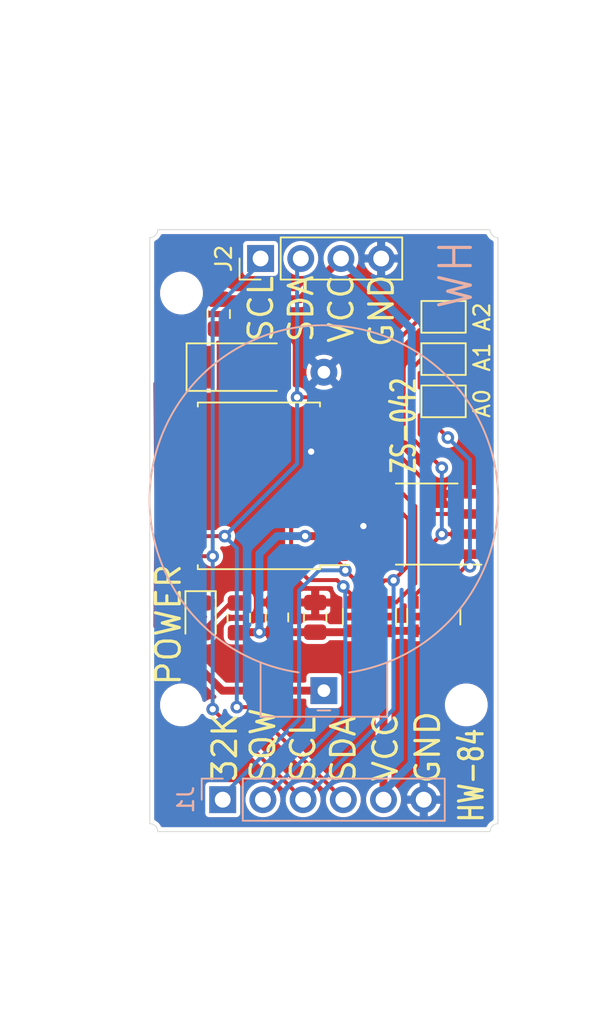
<source format=kicad_pcb>
(kicad_pcb (version 20171130) (host pcbnew 5.1.5+dfsg1-2build2)

  (general
    (thickness 1.6)
    (drawings 26)
    (tracks 157)
    (zones 0)
    (modules 19)
    (nets 15)
  )

  (page A4)
  (layers
    (0 F.Cu signal)
    (31 B.Cu signal)
    (32 B.Adhes user)
    (33 F.Adhes user)
    (34 B.Paste user)
    (35 F.Paste user)
    (36 B.SilkS user)
    (37 F.SilkS user)
    (38 B.Mask user)
    (39 F.Mask user)
    (40 Dwgs.User user)
    (41 Cmts.User user)
    (42 Eco1.User user)
    (43 Eco2.User user)
    (44 Edge.Cuts user)
    (45 Margin user)
    (46 B.CrtYd user)
    (47 F.CrtYd user)
    (48 B.Fab user)
    (49 F.Fab user)
  )

  (setup
    (last_trace_width 0.25)
    (trace_clearance 0.2)
    (zone_clearance 0.254)
    (zone_45_only no)
    (trace_min 0.2)
    (via_size 0.8)
    (via_drill 0.4)
    (via_min_size 0.4)
    (via_min_drill 0.3)
    (uvia_size 0.3)
    (uvia_drill 0.1)
    (uvias_allowed no)
    (uvia_min_size 0.2)
    (uvia_min_drill 0.1)
    (edge_width 0.05)
    (segment_width 0.2)
    (pcb_text_width 0.3)
    (pcb_text_size 1.5 1.5)
    (mod_edge_width 0.12)
    (mod_text_size 1 1)
    (mod_text_width 0.15)
    (pad_size 1.524 1.524)
    (pad_drill 0.762)
    (pad_to_mask_clearance 0.051)
    (solder_mask_min_width 0.25)
    (aux_axis_origin 161 120)
    (grid_origin 161 120)
    (visible_elements FFFFFF7F)
    (pcbplotparams
      (layerselection 0x00030_7ffffffe)
      (usegerberextensions false)
      (usegerberattributes false)
      (usegerberadvancedattributes false)
      (creategerberjobfile false)
      (excludeedgelayer true)
      (linewidth 0.100000)
      (plotframeref false)
      (viasonmask false)
      (mode 1)
      (useauxorigin false)
      (hpglpennumber 1)
      (hpglpenspeed 20)
      (hpglpendiameter 15.000000)
      (psnegative false)
      (psa4output false)
      (plotreference true)
      (plotvalue true)
      (plotinvisibletext false)
      (padsonsilk false)
      (subtractmaskfromsilk false)
      (outputformat 3)
      (mirror false)
      (drillshape 0)
      (scaleselection 1)
      (outputdirectory ""))
  )

  (net 0 "")
  (net 1 GND)
  (net 2 BAT)
  (net 3 VCC)
  (net 4 "Net-(D1-Pad2)")
  (net 5 "Net-(D2-Pad2)")
  (net 6 SDA)
  (net 7 SCL)
  (net 8 SQW)
  (net 9 32K)
  (net 10 "Net-(RN2-Pad5)")
  (net 11 "Net-(U1-Pad4)")
  (net 12 "Net-(A0-Pad1)")
  (net 13 "Net-(A1-Pad1)")
  (net 14 "Net-(A2-Pad1)")

  (net_class Default "Это класс цепей по умолчанию."
    (clearance 0.2)
    (trace_width 0.25)
    (via_dia 0.8)
    (via_drill 0.4)
    (uvia_dia 0.3)
    (uvia_drill 0.1)
    (add_net 32K)
    (add_net GND)
    (add_net "Net-(A0-Pad1)")
    (add_net "Net-(A1-Pad1)")
    (add_net "Net-(A2-Pad1)")
    (add_net "Net-(D2-Pad2)")
    (add_net "Net-(RN2-Pad5)")
    (add_net "Net-(U1-Pad4)")
    (add_net SCL)
    (add_net SDA)
    (add_net SQW)
  )

  (net_class Power ""
    (clearance 0.2)
    (trace_width 0.5)
    (via_dia 0.8)
    (via_drill 0.4)
    (uvia_dia 0.3)
    (uvia_drill 0.1)
    (add_net BAT)
    (add_net "Net-(D1-Pad2)")
    (add_net VCC)
  )

  (module Connector_PinHeader_2.54mm:PinHeader_1x04_P2.54mm_Vertical (layer F.Cu) (tedit 59FED5CC) (tstamp 605F5059)
    (at 168 83.82 90)
    (descr "Through hole straight pin header, 1x04, 2.54mm pitch, single row")
    (tags "Through hole pin header THT 1x04 2.54mm single row")
    (path /605A289D)
    (fp_text reference J2 (at 0 -2.33 90) (layer F.SilkS)
      (effects (font (size 1 1) (thickness 0.15)))
    )
    (fp_text value Conn_01x04 (at 0 9.95 90) (layer F.Fab)
      (effects (font (size 1 1) (thickness 0.15)))
    )
    (fp_text user %R (at 0 3.81) (layer F.Fab)
      (effects (font (size 1 1) (thickness 0.15)))
    )
    (fp_line (start 1.8 -1.8) (end -1.8 -1.8) (layer F.CrtYd) (width 0.05))
    (fp_line (start 1.8 9.4) (end 1.8 -1.8) (layer F.CrtYd) (width 0.05))
    (fp_line (start -1.8 9.4) (end 1.8 9.4) (layer F.CrtYd) (width 0.05))
    (fp_line (start -1.8 -1.8) (end -1.8 9.4) (layer F.CrtYd) (width 0.05))
    (fp_line (start -1.33 -1.33) (end 0 -1.33) (layer F.SilkS) (width 0.12))
    (fp_line (start -1.33 0) (end -1.33 -1.33) (layer F.SilkS) (width 0.12))
    (fp_line (start -1.33 1.27) (end 1.33 1.27) (layer F.SilkS) (width 0.12))
    (fp_line (start 1.33 1.27) (end 1.33 8.95) (layer F.SilkS) (width 0.12))
    (fp_line (start -1.33 1.27) (end -1.33 8.95) (layer F.SilkS) (width 0.12))
    (fp_line (start -1.33 8.95) (end 1.33 8.95) (layer F.SilkS) (width 0.12))
    (fp_line (start -1.27 -0.635) (end -0.635 -1.27) (layer F.Fab) (width 0.1))
    (fp_line (start -1.27 8.89) (end -1.27 -0.635) (layer F.Fab) (width 0.1))
    (fp_line (start 1.27 8.89) (end -1.27 8.89) (layer F.Fab) (width 0.1))
    (fp_line (start 1.27 -1.27) (end 1.27 8.89) (layer F.Fab) (width 0.1))
    (fp_line (start -0.635 -1.27) (end 1.27 -1.27) (layer F.Fab) (width 0.1))
    (pad 4 thru_hole oval (at 0 7.62 90) (size 1.7 1.7) (drill 1) (layers *.Cu *.Mask)
      (net 1 GND))
    (pad 3 thru_hole oval (at 0 5.08 90) (size 1.7 1.7) (drill 1) (layers *.Cu *.Mask)
      (net 3 VCC))
    (pad 2 thru_hole oval (at 0 2.54 90) (size 1.7 1.7) (drill 1) (layers *.Cu *.Mask)
      (net 6 SDA))
    (pad 1 thru_hole rect (at 0 0 90) (size 1.7 1.7) (drill 1) (layers *.Cu *.Mask)
      (net 7 SCL))
    (model ${KISYS3DMOD}/Connector_PinHeader_2.54mm.3dshapes/PinHeader_1x04_P2.54mm_Vertical.wrl
      (at (xyz 0 0 0))
      (scale (xyz 1 1 1))
      (rotate (xyz 0 0 0))
    )
  )

  (module Connector_PinHeader_2.54mm:PinHeader_1x06_P2.54mm_Vertical (layer B.Cu) (tedit 59FED5CC) (tstamp 605F87A2)
    (at 165.608 117.983 270)
    (descr "Through hole straight pin header, 1x06, 2.54mm pitch, single row")
    (tags "Through hole pin header THT 1x06 2.54mm single row")
    (path /605A139B)
    (fp_text reference J1 (at 0 2.33 90) (layer B.SilkS)
      (effects (font (size 1 1) (thickness 0.15)) (justify mirror))
    )
    (fp_text value Conn_01x06 (at 0 -15.03 90) (layer B.Fab)
      (effects (font (size 1 1) (thickness 0.15)) (justify mirror))
    )
    (fp_text user %R (at 0 -6.35 180) (layer B.Fab)
      (effects (font (size 1 1) (thickness 0.15)) (justify mirror))
    )
    (fp_line (start 1.8 1.8) (end -1.8 1.8) (layer B.CrtYd) (width 0.05))
    (fp_line (start 1.8 -14.5) (end 1.8 1.8) (layer B.CrtYd) (width 0.05))
    (fp_line (start -1.8 -14.5) (end 1.8 -14.5) (layer B.CrtYd) (width 0.05))
    (fp_line (start -1.8 1.8) (end -1.8 -14.5) (layer B.CrtYd) (width 0.05))
    (fp_line (start -1.33 1.33) (end 0 1.33) (layer B.SilkS) (width 0.12))
    (fp_line (start -1.33 0) (end -1.33 1.33) (layer B.SilkS) (width 0.12))
    (fp_line (start -1.33 -1.27) (end 1.33 -1.27) (layer B.SilkS) (width 0.12))
    (fp_line (start 1.33 -1.27) (end 1.33 -14.03) (layer B.SilkS) (width 0.12))
    (fp_line (start -1.33 -1.27) (end -1.33 -14.03) (layer B.SilkS) (width 0.12))
    (fp_line (start -1.33 -14.03) (end 1.33 -14.03) (layer B.SilkS) (width 0.12))
    (fp_line (start -1.27 0.635) (end -0.635 1.27) (layer B.Fab) (width 0.1))
    (fp_line (start -1.27 -13.97) (end -1.27 0.635) (layer B.Fab) (width 0.1))
    (fp_line (start 1.27 -13.97) (end -1.27 -13.97) (layer B.Fab) (width 0.1))
    (fp_line (start 1.27 1.27) (end 1.27 -13.97) (layer B.Fab) (width 0.1))
    (fp_line (start -0.635 1.27) (end 1.27 1.27) (layer B.Fab) (width 0.1))
    (pad 6 thru_hole oval (at 0 -12.7 270) (size 1.7 1.7) (drill 1) (layers *.Cu *.Mask)
      (net 1 GND))
    (pad 5 thru_hole oval (at 0 -10.16 270) (size 1.7 1.7) (drill 1) (layers *.Cu *.Mask)
      (net 3 VCC))
    (pad 4 thru_hole oval (at 0 -7.62 270) (size 1.7 1.7) (drill 1) (layers *.Cu *.Mask)
      (net 6 SDA))
    (pad 3 thru_hole oval (at 0 -5.08 270) (size 1.7 1.7) (drill 1) (layers *.Cu *.Mask)
      (net 7 SCL))
    (pad 2 thru_hole oval (at 0 -2.54 270) (size 1.7 1.7) (drill 1) (layers *.Cu *.Mask)
      (net 8 SQW))
    (pad 1 thru_hole rect (at 0 0 270) (size 1.7 1.7) (drill 1) (layers *.Cu *.Mask)
      (net 9 32K))
    (model ${KISYS3DMOD}/Connector_PinHeader_2.54mm.3dshapes/PinHeader_1x06_P2.54mm_Vertical.wrl
      (at (xyz 0 0 0))
      (scale (xyz 1 1 1))
      (rotate (xyz 0 0 0))
    )
  )

  (module MountingHole:MountingHole_2.2mm_M2 (layer F.Cu) (tedit 56D1B4CB) (tstamp 605FAE0E)
    (at 181 112)
    (descr "Mounting Hole 2.2mm, no annular, M2")
    (tags "mounting hole 2.2mm no annular m2")
    (path /60622452)
    (attr virtual)
    (fp_text reference H3 (at 0 -3.2) (layer F.SilkS) hide
      (effects (font (size 1 1) (thickness 0.15)))
    )
    (fp_text value M2 (at 0 3.2) (layer F.Fab) hide
      (effects (font (size 1 1) (thickness 0.15)))
    )
    (fp_circle (center 0 0) (end 2.45 0) (layer F.CrtYd) (width 0.05))
    (fp_circle (center 0 0) (end 2.2 0) (layer Cmts.User) (width 0.15))
    (fp_text user %R (at 0.3 0) (layer F.Fab)
      (effects (font (size 1 1) (thickness 0.15)))
    )
    (pad 1 np_thru_hole circle (at 0 0) (size 2.2 2.2) (drill 2.2) (layers *.Cu *.Mask))
  )

  (module MountingHole:MountingHole_2.2mm_M2 (layer F.Cu) (tedit 56D1B4CB) (tstamp 605FACE4)
    (at 163 112)
    (descr "Mounting Hole 2.2mm, no annular, M2")
    (tags "mounting hole 2.2mm no annular m2")
    (path /60621F2A)
    (attr virtual)
    (fp_text reference H2 (at 0 -3.2) (layer F.SilkS) hide
      (effects (font (size 1 1) (thickness 0.15)))
    )
    (fp_text value M2 (at 0 3.2) (layer F.Fab) hide
      (effects (font (size 1 1) (thickness 0.15)))
    )
    (fp_circle (center 0 0) (end 2.45 0) (layer F.CrtYd) (width 0.05))
    (fp_circle (center 0 0) (end 2.2 0) (layer Cmts.User) (width 0.15))
    (fp_text user %R (at 0.3 0) (layer F.Fab)
      (effects (font (size 1 1) (thickness 0.15)))
    )
    (pad 1 np_thru_hole circle (at 0 0) (size 2.2 2.2) (drill 2.2) (layers *.Cu *.Mask))
  )

  (module MountingHole:MountingHole_2.2mm_M2 (layer F.Cu) (tedit 56D1B4CB) (tstamp 605FAB13)
    (at 163 86)
    (descr "Mounting Hole 2.2mm, no annular, M2")
    (tags "mounting hole 2.2mm no annular m2")
    (path /606218C4)
    (attr virtual)
    (fp_text reference H1 (at 0 -3.2) (layer F.SilkS) hide
      (effects (font (size 1 1) (thickness 0.15)))
    )
    (fp_text value M2 (at 0 3.2) (layer F.Fab) hide
      (effects (font (size 1 1) (thickness 0.15)))
    )
    (fp_circle (center 0 0) (end 2.45 0) (layer F.CrtYd) (width 0.05))
    (fp_circle (center 0 0) (end 2.2 0) (layer Cmts.User) (width 0.15))
    (fp_text user %R (at 0.3 0) (layer F.Fab)
      (effects (font (size 1 1) (thickness 0.15)))
    )
    (pad 1 np_thru_hole circle (at 0 0) (size 2.2 2.2) (drill 2.2) (layers *.Cu *.Mask))
  )

  (module BatteryU:CH224-2032LF (layer B.Cu) (tedit 605F0F66) (tstamp 605F55BD)
    (at 172 99.05 180)
    (path /605ABF21)
    (fp_text reference BT1 (at 0 12) (layer B.SilkS) hide
      (effects (font (size 1 1) (thickness 0.15)) (justify mirror))
    )
    (fp_text value Battery_Cell (at 0 0) (layer B.Fab)
      (effects (font (size 1 1) (thickness 0.15)) (justify mirror))
    )
    (fp_arc (start 0 0) (end 1.599999 -10.899999) (angle 343.2984949) (layer B.SilkS) (width 0.12))
    (fp_line (start -0.4 -13.3) (end 0.4 -13.3) (layer B.SilkS) (width 0.12))
    (fp_line (start -4 -13.7) (end -4 -10.3) (layer B.SilkS) (width 0.12))
    (fp_line (start 4 -13.7) (end 4 -10.3) (layer B.SilkS) (width 0.12))
    (fp_line (start -4 -13.7) (end 4 -13.7) (layer B.SilkS) (width 0.12))
    (pad 2 thru_hole circle (at 0 8.05 180) (size 1.7 1.7) (drill 0.8) (layers *.Cu *.Mask)
      (net 1 GND))
    (pad 1 thru_hole rect (at 0 -12.05 180) (size 1.7 1.7) (drill 0.8) (layers *.Cu *.Mask)
      (net 2 BAT))
    (model ${KIUSR3DMOD}/BatteryU.3dshapes/CH224-2032LF.step
      (at (xyz 0 0 0))
      (scale (xyz 1 1 1))
      (rotate (xyz 0 0 0))
    )
    (model ${KIUSR3DMOD}/BatteryU.3dshapes/CH224-2032LF.wrl
      (at (xyz 0 0 0))
      (scale (xyz 1 1 1))
      (rotate (xyz 0 0 0))
    )
  )

  (module Package_SO:SOIC-8_3.9x4.9mm_P1.27mm (layer F.Cu) (tedit 5D9F72B1) (tstamp 605F4ACF)
    (at 178.5 100.584 180)
    (descr "SOIC, 8 Pin (JEDEC MS-012AA, https://www.analog.com/media/en/package-pcb-resources/package/pkg_pdf/soic_narrow-r/r_8.pdf), generated with kicad-footprint-generator ipc_gullwing_generator.py")
    (tags "SOIC SO")
    (path /6059FC0C)
    (attr smd)
    (fp_text reference U2 (at 0 -3.4) (layer F.SilkS) hide
      (effects (font (size 1 1) (thickness 0.15)))
    )
    (fp_text value 24CS32N (at 0 3.4) (layer F.Fab) hide
      (effects (font (size 1 1) (thickness 0.15)))
    )
    (fp_text user %R (at 0 0) (layer F.Fab)
      (effects (font (size 0.98 0.98) (thickness 0.15)))
    )
    (fp_line (start 3.7 -2.7) (end -3.7 -2.7) (layer F.CrtYd) (width 0.05))
    (fp_line (start 3.7 2.7) (end 3.7 -2.7) (layer F.CrtYd) (width 0.05))
    (fp_line (start -3.7 2.7) (end 3.7 2.7) (layer F.CrtYd) (width 0.05))
    (fp_line (start -3.7 -2.7) (end -3.7 2.7) (layer F.CrtYd) (width 0.05))
    (fp_line (start -1.95 -1.475) (end -0.975 -2.45) (layer F.Fab) (width 0.1))
    (fp_line (start -1.95 2.45) (end -1.95 -1.475) (layer F.Fab) (width 0.1))
    (fp_line (start 1.95 2.45) (end -1.95 2.45) (layer F.Fab) (width 0.1))
    (fp_line (start 1.95 -2.45) (end 1.95 2.45) (layer F.Fab) (width 0.1))
    (fp_line (start -0.975 -2.45) (end 1.95 -2.45) (layer F.Fab) (width 0.1))
    (fp_line (start 0 -2.56) (end -3.45 -2.56) (layer F.SilkS) (width 0.12))
    (fp_line (start 0 -2.56) (end 1.95 -2.56) (layer F.SilkS) (width 0.12))
    (fp_line (start 0 2.56) (end -1.95 2.56) (layer F.SilkS) (width 0.12))
    (fp_line (start 0 2.56) (end 1.95 2.56) (layer F.SilkS) (width 0.12))
    (pad 8 smd roundrect (at 2.475 -1.905 180) (size 1.95 0.6) (layers F.Cu F.Paste F.Mask) (roundrect_rratio 0.25)
      (net 3 VCC))
    (pad 7 smd roundrect (at 2.475 -0.635 180) (size 1.95 0.6) (layers F.Cu F.Paste F.Mask) (roundrect_rratio 0.25)
      (net 1 GND))
    (pad 6 smd roundrect (at 2.475 0.635 180) (size 1.95 0.6) (layers F.Cu F.Paste F.Mask) (roundrect_rratio 0.25)
      (net 7 SCL))
    (pad 5 smd roundrect (at 2.475 1.905 180) (size 1.95 0.6) (layers F.Cu F.Paste F.Mask) (roundrect_rratio 0.25)
      (net 6 SDA))
    (pad 4 smd roundrect (at -2.475 1.905 180) (size 1.95 0.6) (layers F.Cu F.Paste F.Mask) (roundrect_rratio 0.25)
      (net 1 GND))
    (pad 3 smd roundrect (at -2.475 0.635 180) (size 1.95 0.6) (layers F.Cu F.Paste F.Mask) (roundrect_rratio 0.25)
      (net 14 "Net-(A2-Pad1)"))
    (pad 2 smd roundrect (at -2.475 -0.635 180) (size 1.95 0.6) (layers F.Cu F.Paste F.Mask) (roundrect_rratio 0.25)
      (net 13 "Net-(A1-Pad1)"))
    (pad 1 smd roundrect (at -2.475 -1.905 180) (size 1.95 0.6) (layers F.Cu F.Paste F.Mask) (roundrect_rratio 0.25)
      (net 12 "Net-(A0-Pad1)"))
    (model ${KISYS3DMOD}/Package_SO.3dshapes/SOIC-8_3.9x4.9mm_P1.27mm.wrl
      (at (xyz 0 0 0))
      (scale (xyz 1 1 1))
      (rotate (xyz 0 0 0))
    )
  )

  (module Package_SO:SOIC-16W_7.5x10.3mm_P1.27mm (layer F.Cu) (tedit 5D9F72B1) (tstamp 605F4AB5)
    (at 167.894 98.171 180)
    (descr "SOIC, 16 Pin (JEDEC MS-013AA, https://www.analog.com/media/en/package-pcb-resources/package/pkg_pdf/soic_wide-rw/rw_16.pdf), generated with kicad-footprint-generator ipc_gullwing_generator.py")
    (tags "SOIC SO")
    (path /6059F199)
    (attr smd)
    (fp_text reference U1 (at -4.953 6.013) (layer F.SilkS) hide
      (effects (font (size 1 1) (thickness 0.15)))
    )
    (fp_text value DS3231SN (at 0 6.1) (layer F.Fab) hide
      (effects (font (size 1 1) (thickness 0.15)))
    )
    (fp_text user %R (at 0 0) (layer F.Fab)
      (effects (font (size 1 1) (thickness 0.15)))
    )
    (fp_line (start 5.93 -5.4) (end -5.93 -5.4) (layer F.CrtYd) (width 0.05))
    (fp_line (start 5.93 5.4) (end 5.93 -5.4) (layer F.CrtYd) (width 0.05))
    (fp_line (start -5.93 5.4) (end 5.93 5.4) (layer F.CrtYd) (width 0.05))
    (fp_line (start -5.93 -5.4) (end -5.93 5.4) (layer F.CrtYd) (width 0.05))
    (fp_line (start -3.75 -4.15) (end -2.75 -5.15) (layer F.Fab) (width 0.1))
    (fp_line (start -3.75 5.15) (end -3.75 -4.15) (layer F.Fab) (width 0.1))
    (fp_line (start 3.75 5.15) (end -3.75 5.15) (layer F.Fab) (width 0.1))
    (fp_line (start 3.75 -5.15) (end 3.75 5.15) (layer F.Fab) (width 0.1))
    (fp_line (start -2.75 -5.15) (end 3.75 -5.15) (layer F.Fab) (width 0.1))
    (fp_line (start -3.86 -5.005) (end -5.675 -5.005) (layer F.SilkS) (width 0.12))
    (fp_line (start -3.86 -5.26) (end -3.86 -5.005) (layer F.SilkS) (width 0.12))
    (fp_line (start 0 -5.26) (end -3.86 -5.26) (layer F.SilkS) (width 0.12))
    (fp_line (start 3.86 -5.26) (end 3.86 -5.005) (layer F.SilkS) (width 0.12))
    (fp_line (start 0 -5.26) (end 3.86 -5.26) (layer F.SilkS) (width 0.12))
    (fp_line (start -3.86 5.26) (end -3.86 5.005) (layer F.SilkS) (width 0.12))
    (fp_line (start 0 5.26) (end -3.86 5.26) (layer F.SilkS) (width 0.12))
    (fp_line (start 3.86 5.26) (end 3.86 5.005) (layer F.SilkS) (width 0.12))
    (fp_line (start 0 5.26) (end 3.86 5.26) (layer F.SilkS) (width 0.12))
    (pad 16 smd roundrect (at 4.65 -4.445 180) (size 2.05 0.6) (layers F.Cu F.Paste F.Mask) (roundrect_rratio 0.25)
      (net 7 SCL))
    (pad 15 smd roundrect (at 4.65 -3.175 180) (size 2.05 0.6) (layers F.Cu F.Paste F.Mask) (roundrect_rratio 0.25)
      (net 6 SDA))
    (pad 14 smd roundrect (at 4.65 -1.905 180) (size 2.05 0.6) (layers F.Cu F.Paste F.Mask) (roundrect_rratio 0.25)
      (net 2 BAT))
    (pad 13 smd roundrect (at 4.65 -0.635 180) (size 2.05 0.6) (layers F.Cu F.Paste F.Mask) (roundrect_rratio 0.25)
      (net 1 GND))
    (pad 12 smd roundrect (at 4.65 0.635 180) (size 2.05 0.6) (layers F.Cu F.Paste F.Mask) (roundrect_rratio 0.25)
      (net 1 GND))
    (pad 11 smd roundrect (at 4.65 1.905 180) (size 2.05 0.6) (layers F.Cu F.Paste F.Mask) (roundrect_rratio 0.25)
      (net 1 GND))
    (pad 10 smd roundrect (at 4.65 3.175 180) (size 2.05 0.6) (layers F.Cu F.Paste F.Mask) (roundrect_rratio 0.25)
      (net 1 GND))
    (pad 9 smd roundrect (at 4.65 4.445 180) (size 2.05 0.6) (layers F.Cu F.Paste F.Mask) (roundrect_rratio 0.25)
      (net 1 GND))
    (pad 8 smd roundrect (at -4.65 4.445 180) (size 2.05 0.6) (layers F.Cu F.Paste F.Mask) (roundrect_rratio 0.25)
      (net 1 GND))
    (pad 7 smd roundrect (at -4.65 3.175 180) (size 2.05 0.6) (layers F.Cu F.Paste F.Mask) (roundrect_rratio 0.25)
      (net 1 GND))
    (pad 6 smd roundrect (at -4.65 1.905 180) (size 2.05 0.6) (layers F.Cu F.Paste F.Mask) (roundrect_rratio 0.25)
      (net 1 GND))
    (pad 5 smd roundrect (at -4.65 0.635 180) (size 2.05 0.6) (layers F.Cu F.Paste F.Mask) (roundrect_rratio 0.25)
      (net 1 GND))
    (pad 4 smd roundrect (at -4.65 -0.635 180) (size 2.05 0.6) (layers F.Cu F.Paste F.Mask) (roundrect_rratio 0.25)
      (net 11 "Net-(U1-Pad4)"))
    (pad 3 smd roundrect (at -4.65 -1.905 180) (size 2.05 0.6) (layers F.Cu F.Paste F.Mask) (roundrect_rratio 0.25)
      (net 8 SQW))
    (pad 2 smd roundrect (at -4.65 -3.175 180) (size 2.05 0.6) (layers F.Cu F.Paste F.Mask) (roundrect_rratio 0.25)
      (net 3 VCC))
    (pad 1 smd roundrect (at -4.65 -4.445 180) (size 2.05 0.6) (layers F.Cu F.Paste F.Mask) (roundrect_rratio 0.25)
      (net 9 32K))
    (model ${KISYS3DMOD}/Package_SO.3dshapes/SOIC-16W_7.5x10.3mm_P1.27mm.wrl
      (at (xyz 0 0 0))
      (scale (xyz 1 1 1))
      (rotate (xyz 0 0 0))
    )
  )

  (module Resistor_SMD:R_Array_Convex_4x0603 (layer F.Cu) (tedit 58E0A8B2) (tstamp 605F4A8E)
    (at 178.943 106.426 90)
    (descr "Chip Resistor Network, ROHM MNR14 (see mnr_g.pdf)")
    (tags "resistor array")
    (path /605A5BAB)
    (attr smd)
    (fp_text reference RN2 (at -2.413 0 180) (layer F.SilkS) hide
      (effects (font (size 1 1) (thickness 0.15)))
    )
    (fp_text value 4.7k (at -0.127 0 180) (layer F.Fab) hide
      (effects (font (size 1 1) (thickness 0.15)))
    )
    (fp_line (start 1.55 1.85) (end -1.55 1.85) (layer F.CrtYd) (width 0.05))
    (fp_line (start 1.55 1.85) (end 1.55 -1.85) (layer F.CrtYd) (width 0.05))
    (fp_line (start -1.55 -1.85) (end -1.55 1.85) (layer F.CrtYd) (width 0.05))
    (fp_line (start -1.55 -1.85) (end 1.55 -1.85) (layer F.CrtYd) (width 0.05))
    (fp_line (start 0.5 -1.68) (end -0.5 -1.68) (layer F.SilkS) (width 0.12))
    (fp_line (start 0.5 1.68) (end -0.5 1.68) (layer F.SilkS) (width 0.12))
    (fp_line (start -0.8 1.6) (end -0.8 -1.6) (layer F.Fab) (width 0.1))
    (fp_line (start 0.8 1.6) (end -0.8 1.6) (layer F.Fab) (width 0.1))
    (fp_line (start 0.8 -1.6) (end 0.8 1.6) (layer F.Fab) (width 0.1))
    (fp_line (start -0.8 -1.6) (end 0.8 -1.6) (layer F.Fab) (width 0.1))
    (fp_text user %R (at 0 0) (layer F.Fab)
      (effects (font (size 0.5 0.5) (thickness 0.075)))
    )
    (pad 5 smd rect (at 0.9 1.2 90) (size 0.8 0.5) (layers F.Cu F.Paste F.Mask)
      (net 10 "Net-(RN2-Pad5)"))
    (pad 6 smd rect (at 0.9 0.4 90) (size 0.8 0.4) (layers F.Cu F.Paste F.Mask)
      (net 12 "Net-(A0-Pad1)"))
    (pad 8 smd rect (at 0.9 -1.2 90) (size 0.8 0.5) (layers F.Cu F.Paste F.Mask)
      (net 14 "Net-(A2-Pad1)"))
    (pad 7 smd rect (at 0.9 -0.4 90) (size 0.8 0.4) (layers F.Cu F.Paste F.Mask)
      (net 13 "Net-(A1-Pad1)"))
    (pad 4 smd rect (at -0.9 1.2 90) (size 0.8 0.5) (layers F.Cu F.Paste F.Mask)
      (net 3 VCC))
    (pad 2 smd rect (at -0.9 -0.4 90) (size 0.8 0.4) (layers F.Cu F.Paste F.Mask)
      (net 3 VCC))
    (pad 3 smd rect (at -0.9 0.4 90) (size 0.8 0.4) (layers F.Cu F.Paste F.Mask)
      (net 3 VCC))
    (pad 1 smd rect (at -0.9 -1.2 90) (size 0.8 0.5) (layers F.Cu F.Paste F.Mask)
      (net 3 VCC))
    (model ${KISYS3DMOD}/Resistor_SMD.3dshapes/R_Array_Convex_4x0603.wrl
      (at (xyz 0 0 0))
      (scale (xyz 1 1 1))
      (rotate (xyz 0 0 0))
    )
  )

  (module Resistor_SMD:R_Array_Convex_4x0603 (layer F.Cu) (tedit 58E0A8B2) (tstamp 605F4A77)
    (at 174.879 106.426 90)
    (descr "Chip Resistor Network, ROHM MNR14 (see mnr_g.pdf)")
    (tags "resistor array")
    (path /605A372E)
    (attr smd)
    (fp_text reference RN1 (at -2.413 0.127 180) (layer F.SilkS) hide
      (effects (font (size 1 1) (thickness 0.15)))
    )
    (fp_text value 4.7k (at -0.127 0.127 180) (layer F.Fab) hide
      (effects (font (size 1 1) (thickness 0.15)))
    )
    (fp_line (start 1.55 1.85) (end -1.55 1.85) (layer F.CrtYd) (width 0.05))
    (fp_line (start 1.55 1.85) (end 1.55 -1.85) (layer F.CrtYd) (width 0.05))
    (fp_line (start -1.55 -1.85) (end -1.55 1.85) (layer F.CrtYd) (width 0.05))
    (fp_line (start -1.55 -1.85) (end 1.55 -1.85) (layer F.CrtYd) (width 0.05))
    (fp_line (start 0.5 -1.68) (end -0.5 -1.68) (layer F.SilkS) (width 0.12))
    (fp_line (start 0.5 1.68) (end -0.5 1.68) (layer F.SilkS) (width 0.12))
    (fp_line (start -0.8 1.6) (end -0.8 -1.6) (layer F.Fab) (width 0.1))
    (fp_line (start 0.8 1.6) (end -0.8 1.6) (layer F.Fab) (width 0.1))
    (fp_line (start 0.8 -1.6) (end 0.8 1.6) (layer F.Fab) (width 0.1))
    (fp_line (start -0.8 -1.6) (end 0.8 -1.6) (layer F.Fab) (width 0.1))
    (fp_text user %R (at 0 0) (layer F.Fab)
      (effects (font (size 0.5 0.5) (thickness 0.075)))
    )
    (pad 5 smd rect (at 0.9 1.2 90) (size 0.8 0.5) (layers F.Cu F.Paste F.Mask)
      (net 6 SDA))
    (pad 6 smd rect (at 0.9 0.4 90) (size 0.8 0.4) (layers F.Cu F.Paste F.Mask)
      (net 7 SCL))
    (pad 8 smd rect (at 0.9 -1.2 90) (size 0.8 0.5) (layers F.Cu F.Paste F.Mask)
      (net 8 SQW))
    (pad 7 smd rect (at 0.9 -0.4 90) (size 0.8 0.4) (layers F.Cu F.Paste F.Mask)
      (net 9 32K))
    (pad 4 smd rect (at -0.9 1.2 90) (size 0.8 0.5) (layers F.Cu F.Paste F.Mask)
      (net 3 VCC))
    (pad 2 smd rect (at -0.9 -0.4 90) (size 0.8 0.4) (layers F.Cu F.Paste F.Mask)
      (net 3 VCC))
    (pad 3 smd rect (at -0.9 0.4 90) (size 0.8 0.4) (layers F.Cu F.Paste F.Mask)
      (net 3 VCC))
    (pad 1 smd rect (at -0.9 -1.2 90) (size 0.8 0.5) (layers F.Cu F.Paste F.Mask)
      (net 3 VCC))
    (model ${KISYS3DMOD}/Resistor_SMD.3dshapes/R_Array_Convex_4x0603.wrl
      (at (xyz 0 0 0))
      (scale (xyz 1 1 1))
      (rotate (xyz 0 0 0))
    )
  )

  (module Resistor_SMD:R_0805_2012Metric (layer F.Cu) (tedit 5B36C52B) (tstamp 605F7D7F)
    (at 166.624 106.5045 270)
    (descr "Resistor SMD 0805 (2012 Metric), square (rectangular) end terminal, IPC_7351 nominal, (Body size source: https://docs.google.com/spreadsheets/d/1BsfQQcO9C6DZCsRaXUlFlo91Tg2WpOkGARC1WS5S8t0/edit?usp=sharing), generated with kicad-footprint-generator")
    (tags resistor)
    (path /605C0A0A)
    (attr smd)
    (fp_text reference R2 (at -2.7455 0.127 90) (layer F.SilkS) hide
      (effects (font (size 1 1) (thickness 0.15)))
    )
    (fp_text value R (at -0.0785 0 90) (layer F.Fab) hide
      (effects (font (size 1 1) (thickness 0.15)))
    )
    (fp_text user %R (at 0 0 90) (layer F.Fab)
      (effects (font (size 0.5 0.5) (thickness 0.08)))
    )
    (fp_line (start 1.68 0.95) (end -1.68 0.95) (layer F.CrtYd) (width 0.05))
    (fp_line (start 1.68 -0.95) (end 1.68 0.95) (layer F.CrtYd) (width 0.05))
    (fp_line (start -1.68 -0.95) (end 1.68 -0.95) (layer F.CrtYd) (width 0.05))
    (fp_line (start -1.68 0.95) (end -1.68 -0.95) (layer F.CrtYd) (width 0.05))
    (fp_line (start -0.258578 0.71) (end 0.258578 0.71) (layer F.SilkS) (width 0.12))
    (fp_line (start -0.258578 -0.71) (end 0.258578 -0.71) (layer F.SilkS) (width 0.12))
    (fp_line (start 1 0.6) (end -1 0.6) (layer F.Fab) (width 0.1))
    (fp_line (start 1 -0.6) (end 1 0.6) (layer F.Fab) (width 0.1))
    (fp_line (start -1 -0.6) (end 1 -0.6) (layer F.Fab) (width 0.1))
    (fp_line (start -1 0.6) (end -1 -0.6) (layer F.Fab) (width 0.1))
    (pad 2 smd roundrect (at 0.9375 0 270) (size 0.975 1.4) (layers F.Cu F.Paste F.Mask) (roundrect_rratio 0.25)
      (net 3 VCC))
    (pad 1 smd roundrect (at -0.9375 0 270) (size 0.975 1.4) (layers F.Cu F.Paste F.Mask) (roundrect_rratio 0.25)
      (net 5 "Net-(D2-Pad2)"))
    (model ${KISYS3DMOD}/Resistor_SMD.3dshapes/R_0805_2012Metric.wrl
      (at (xyz 0 0 0))
      (scale (xyz 1 1 1))
      (rotate (xyz 0 0 0))
    )
  )

  (module Resistor_SMD:R_0805_2012Metric (layer F.Cu) (tedit 5B36C52B) (tstamp 605F57D2)
    (at 165.354 87.3275 90)
    (descr "Resistor SMD 0805 (2012 Metric), square (rectangular) end terminal, IPC_7351 nominal, (Body size source: https://docs.google.com/spreadsheets/d/1BsfQQcO9C6DZCsRaXUlFlo91Tg2WpOkGARC1WS5S8t0/edit?usp=sharing), generated with kicad-footprint-generator")
    (tags resistor)
    (path /605AD1AD)
    (attr smd)
    (fp_text reference R1 (at 0 -1.65 90) (layer F.SilkS) hide
      (effects (font (size 1 1) (thickness 0.15)))
    )
    (fp_text value R (at 0 0 90) (layer F.Fab) hide
      (effects (font (size 1 1) (thickness 0.15)))
    )
    (fp_text user %R (at 0 0 90) (layer F.Fab)
      (effects (font (size 0.5 0.5) (thickness 0.08)))
    )
    (fp_line (start 1.68 0.95) (end -1.68 0.95) (layer F.CrtYd) (width 0.05))
    (fp_line (start 1.68 -0.95) (end 1.68 0.95) (layer F.CrtYd) (width 0.05))
    (fp_line (start -1.68 -0.95) (end 1.68 -0.95) (layer F.CrtYd) (width 0.05))
    (fp_line (start -1.68 0.95) (end -1.68 -0.95) (layer F.CrtYd) (width 0.05))
    (fp_line (start -0.258578 0.71) (end 0.258578 0.71) (layer F.SilkS) (width 0.12))
    (fp_line (start -0.258578 -0.71) (end 0.258578 -0.71) (layer F.SilkS) (width 0.12))
    (fp_line (start 1 0.6) (end -1 0.6) (layer F.Fab) (width 0.1))
    (fp_line (start 1 -0.6) (end 1 0.6) (layer F.Fab) (width 0.1))
    (fp_line (start -1 -0.6) (end 1 -0.6) (layer F.Fab) (width 0.1))
    (fp_line (start -1 0.6) (end -1 -0.6) (layer F.Fab) (width 0.1))
    (pad 2 smd roundrect (at 0.9375 0 90) (size 0.975 1.4) (layers F.Cu F.Paste F.Mask) (roundrect_rratio 0.25)
      (net 3 VCC))
    (pad 1 smd roundrect (at -0.9375 0 90) (size 0.975 1.4) (layers F.Cu F.Paste F.Mask) (roundrect_rratio 0.25)
      (net 4 "Net-(D1-Pad2)"))
    (model ${KISYS3DMOD}/Resistor_SMD.3dshapes/R_0805_2012Metric.wrl
      (at (xyz 0 0 0))
      (scale (xyz 1 1 1))
      (rotate (xyz 0 0 0))
    )
  )

  (module Jumper:SolderJumper-2_P1.3mm_Open_Pad1.0x1.5mm (layer F.Cu) (tedit 5A3EABFC) (tstamp 605F4A3E)
    (at 179.563 87.503)
    (descr "SMD Solder Jumper, 1x1.5mm Pads, 0.3mm gap, open")
    (tags "solder jumper open")
    (path /605A8317)
    (attr virtual)
    (fp_text reference A2 (at 2.428 0 90) (layer F.SilkS)
      (effects (font (size 1 1) (thickness 0.15)))
    )
    (fp_text value A2 (at -0.112 0 90) (layer F.Fab)
      (effects (font (size 1 1) (thickness 0.15)))
    )
    (fp_line (start 1.65 1.25) (end -1.65 1.25) (layer F.CrtYd) (width 0.05))
    (fp_line (start 1.65 1.25) (end 1.65 -1.25) (layer F.CrtYd) (width 0.05))
    (fp_line (start -1.65 -1.25) (end -1.65 1.25) (layer F.CrtYd) (width 0.05))
    (fp_line (start -1.65 -1.25) (end 1.65 -1.25) (layer F.CrtYd) (width 0.05))
    (fp_line (start -1.4 -1) (end 1.4 -1) (layer F.SilkS) (width 0.12))
    (fp_line (start 1.4 -1) (end 1.4 1) (layer F.SilkS) (width 0.12))
    (fp_line (start 1.4 1) (end -1.4 1) (layer F.SilkS) (width 0.12))
    (fp_line (start -1.4 1) (end -1.4 -1) (layer F.SilkS) (width 0.12))
    (pad 1 smd rect (at -0.65 0) (size 1 1.5) (layers F.Cu F.Mask)
      (net 14 "Net-(A2-Pad1)"))
    (pad 2 smd rect (at 0.65 0) (size 1 1.5) (layers F.Cu F.Mask)
      (net 1 GND))
  )

  (module Jumper:SolderJumper-2_P1.3mm_Open_Pad1.0x1.5mm (layer F.Cu) (tedit 5A3EABFC) (tstamp 605F5CEE)
    (at 179.563 90.17)
    (descr "SMD Solder Jumper, 1x1.5mm Pads, 0.3mm gap, open")
    (tags "solder jumper open")
    (path /605A8056)
    (attr virtual)
    (fp_text reference A1 (at 2.428 -0.127 90) (layer F.SilkS)
      (effects (font (size 1 1) (thickness 0.15)))
    )
    (fp_text value A1 (at -0.112 -0.127 90) (layer F.Fab)
      (effects (font (size 1 1) (thickness 0.15)))
    )
    (fp_line (start 1.65 1.25) (end -1.65 1.25) (layer F.CrtYd) (width 0.05))
    (fp_line (start 1.65 1.25) (end 1.65 -1.25) (layer F.CrtYd) (width 0.05))
    (fp_line (start -1.65 -1.25) (end -1.65 1.25) (layer F.CrtYd) (width 0.05))
    (fp_line (start -1.65 -1.25) (end 1.65 -1.25) (layer F.CrtYd) (width 0.05))
    (fp_line (start -1.4 -1) (end 1.4 -1) (layer F.SilkS) (width 0.12))
    (fp_line (start 1.4 -1) (end 1.4 1) (layer F.SilkS) (width 0.12))
    (fp_line (start 1.4 1) (end -1.4 1) (layer F.SilkS) (width 0.12))
    (fp_line (start -1.4 1) (end -1.4 -1) (layer F.SilkS) (width 0.12))
    (pad 1 smd rect (at -0.65 0) (size 1 1.5) (layers F.Cu F.Mask)
      (net 13 "Net-(A1-Pad1)"))
    (pad 2 smd rect (at 0.65 0) (size 1 1.5) (layers F.Cu F.Mask)
      (net 1 GND))
  )

  (module Jumper:SolderJumper-2_P1.3mm_Open_Pad1.0x1.5mm (layer F.Cu) (tedit 5A3EABFC) (tstamp 605F4A22)
    (at 179.563 92.837)
    (descr "SMD Solder Jumper, 1x1.5mm Pads, 0.3mm gap, open")
    (tags "solder jumper open")
    (path /605A711D)
    (attr virtual)
    (fp_text reference A0 (at 2.428 0.127 90) (layer F.SilkS)
      (effects (font (size 1 1) (thickness 0.15)))
    )
    (fp_text value A0 (at 0 0 90) (layer F.Fab)
      (effects (font (size 1 1) (thickness 0.15)))
    )
    (fp_line (start 1.65 1.25) (end -1.65 1.25) (layer F.CrtYd) (width 0.05))
    (fp_line (start 1.65 1.25) (end 1.65 -1.25) (layer F.CrtYd) (width 0.05))
    (fp_line (start -1.65 -1.25) (end -1.65 1.25) (layer F.CrtYd) (width 0.05))
    (fp_line (start -1.65 -1.25) (end 1.65 -1.25) (layer F.CrtYd) (width 0.05))
    (fp_line (start -1.4 -1) (end 1.4 -1) (layer F.SilkS) (width 0.12))
    (fp_line (start 1.4 -1) (end 1.4 1) (layer F.SilkS) (width 0.12))
    (fp_line (start 1.4 1) (end -1.4 1) (layer F.SilkS) (width 0.12))
    (fp_line (start -1.4 1) (end -1.4 -1) (layer F.SilkS) (width 0.12))
    (pad 1 smd rect (at -0.65 0) (size 1 1.5) (layers F.Cu F.Mask)
      (net 12 "Net-(A0-Pad1)"))
    (pad 2 smd rect (at 0.65 0) (size 1 1.5) (layers F.Cu F.Mask)
      (net 1 GND))
  )

  (module LED_SMD:LED_0805_2012Metric (layer F.Cu) (tedit 5B36C52C) (tstamp 605F4960)
    (at 164.211 106.5045 270)
    (descr "LED SMD 0805 (2012 Metric), square (rectangular) end terminal, IPC_7351 nominal, (Body size source: https://docs.google.com/spreadsheets/d/1BsfQQcO9C6DZCsRaXUlFlo91Tg2WpOkGARC1WS5S8t0/edit?usp=sharing), generated with kicad-footprint-generator")
    (tags diode)
    (path /605C0FCF)
    (attr smd)
    (fp_text reference D2 (at 2.7155 0 90) (layer F.SilkS) hide
      (effects (font (size 1 1) (thickness 0.15)))
    )
    (fp_text value LED (at 0 1.65 90) (layer F.Fab) hide
      (effects (font (size 1 1) (thickness 0.15)))
    )
    (fp_text user %R (at 0 0 90) (layer F.Fab)
      (effects (font (size 0.5 0.5) (thickness 0.08)))
    )
    (fp_line (start 1.68 0.95) (end -1.68 0.95) (layer F.CrtYd) (width 0.05))
    (fp_line (start 1.68 -0.95) (end 1.68 0.95) (layer F.CrtYd) (width 0.05))
    (fp_line (start -1.68 -0.95) (end 1.68 -0.95) (layer F.CrtYd) (width 0.05))
    (fp_line (start -1.68 0.95) (end -1.68 -0.95) (layer F.CrtYd) (width 0.05))
    (fp_line (start -1.685 0.96) (end 1 0.96) (layer F.SilkS) (width 0.12))
    (fp_line (start -1.685 -0.96) (end -1.685 0.96) (layer F.SilkS) (width 0.12))
    (fp_line (start 1 -0.96) (end -1.685 -0.96) (layer F.SilkS) (width 0.12))
    (fp_line (start 1 0.6) (end 1 -0.6) (layer F.Fab) (width 0.1))
    (fp_line (start -1 0.6) (end 1 0.6) (layer F.Fab) (width 0.1))
    (fp_line (start -1 -0.3) (end -1 0.6) (layer F.Fab) (width 0.1))
    (fp_line (start -0.7 -0.6) (end -1 -0.3) (layer F.Fab) (width 0.1))
    (fp_line (start 1 -0.6) (end -0.7 -0.6) (layer F.Fab) (width 0.1))
    (pad 2 smd roundrect (at 0.9375 0 270) (size 0.975 1.4) (layers F.Cu F.Paste F.Mask) (roundrect_rratio 0.25)
      (net 5 "Net-(D2-Pad2)"))
    (pad 1 smd roundrect (at -0.9375 0 270) (size 0.975 1.4) (layers F.Cu F.Paste F.Mask) (roundrect_rratio 0.25)
      (net 1 GND))
    (model ${KISYS3DMOD}/LED_SMD.3dshapes/LED_0805_2012Metric.wrl
      (at (xyz 0 0 0))
      (scale (xyz 1 1 1))
      (rotate (xyz 0 0 0))
    )
  )

  (module Diode_SMD:D_MELF (layer F.Cu) (tedit 5905D864) (tstamp 605F494D)
    (at 166.624 90.678)
    (descr "Diode, MELF,,")
    (tags "Diode MELF ")
    (path /605AD7B4)
    (attr smd)
    (fp_text reference D1 (at 0 -2.5) (layer F.SilkS) hide
      (effects (font (size 1 1) (thickness 0.15)))
    )
    (fp_text value D_Schottky (at -0.25 2.5) (layer F.Fab)
      (effects (font (size 1 1) (thickness 0.15)))
    )
    (fp_line (start -3.4 1.6) (end -3.4 -1.6) (layer F.CrtYd) (width 0.05))
    (fp_line (start 3.4 1.6) (end -3.4 1.6) (layer F.CrtYd) (width 0.05))
    (fp_line (start 3.4 -1.6) (end 3.4 1.6) (layer F.CrtYd) (width 0.05))
    (fp_line (start -3.4 -1.6) (end 3.4 -1.6) (layer F.CrtYd) (width 0.05))
    (fp_line (start -0.64944 0.00102) (end 0.50118 -0.79908) (layer F.Fab) (width 0.1))
    (fp_line (start -0.64944 0.00102) (end 0.50118 0.75032) (layer F.Fab) (width 0.1))
    (fp_line (start 0.50118 0.75032) (end 0.50118 -0.79908) (layer F.Fab) (width 0.1))
    (fp_line (start -0.64944 -0.79908) (end -0.64944 0.80112) (layer F.Fab) (width 0.1))
    (fp_line (start 0.50118 0.00102) (end 1.4994 0.00102) (layer F.Fab) (width 0.1))
    (fp_line (start -0.64944 0.00102) (end -1.55114 0.00102) (layer F.Fab) (width 0.1))
    (fp_line (start 2.6 1.3) (end 2.6 -1.3) (layer F.Fab) (width 0.1))
    (fp_line (start -2.6 1.3) (end 2.6 1.3) (layer F.Fab) (width 0.1))
    (fp_line (start -2.6 -1.3) (end -2.6 1.3) (layer F.Fab) (width 0.1))
    (fp_line (start 2.6 -1.3) (end -2.6 -1.3) (layer F.Fab) (width 0.1))
    (fp_line (start -3.3 1.5) (end 2.4 1.5) (layer F.SilkS) (width 0.12))
    (fp_line (start -3.3 -1.5) (end -3.3 1.5) (layer F.SilkS) (width 0.12))
    (fp_line (start 2.4 -1.5) (end -3.3 -1.5) (layer F.SilkS) (width 0.12))
    (fp_text user %R (at 0 -2.5) (layer F.Fab) hide
      (effects (font (size 1 1) (thickness 0.15)))
    )
    (pad 2 smd rect (at 2.4 0) (size 1.5 2.7) (layers F.Cu F.Paste F.Mask)
      (net 4 "Net-(D1-Pad2)"))
    (pad 1 smd rect (at -2.4 0) (size 1.5 2.7) (layers F.Cu F.Paste F.Mask)
      (net 2 BAT))
    (model ${KISYS3DMOD}/Diode_SMD.3dshapes/D_MELF.wrl
      (at (xyz 0 0 0))
      (scale (xyz 1 1 1))
      (rotate (xyz 0 0 0))
    )
  )

  (module Capacitor_SMD:C_0805_2012Metric (layer F.Cu) (tedit 5B36C52B) (tstamp 605F4935)
    (at 169.037 106.4745 90)
    (descr "Capacitor SMD 0805 (2012 Metric), square (rectangular) end terminal, IPC_7351 nominal, (Body size source: https://docs.google.com/spreadsheets/d/1BsfQQcO9C6DZCsRaXUlFlo91Tg2WpOkGARC1WS5S8t0/edit?usp=sharing), generated with kicad-footprint-generator")
    (tags capacitor)
    (path /605C5255)
    (attr smd)
    (fp_text reference C2 (at -2.7455 0.127 90) (layer F.SilkS) hide
      (effects (font (size 1 1) (thickness 0.15)))
    )
    (fp_text value C (at 0 0 90) (layer F.Fab) hide
      (effects (font (size 1 1) (thickness 0.15)))
    )
    (fp_text user %R (at 0 0 90) (layer F.Fab)
      (effects (font (size 0.5 0.5) (thickness 0.08)))
    )
    (fp_line (start 1.68 0.95) (end -1.68 0.95) (layer F.CrtYd) (width 0.05))
    (fp_line (start 1.68 -0.95) (end 1.68 0.95) (layer F.CrtYd) (width 0.05))
    (fp_line (start -1.68 -0.95) (end 1.68 -0.95) (layer F.CrtYd) (width 0.05))
    (fp_line (start -1.68 0.95) (end -1.68 -0.95) (layer F.CrtYd) (width 0.05))
    (fp_line (start -0.258578 0.71) (end 0.258578 0.71) (layer F.SilkS) (width 0.12))
    (fp_line (start -0.258578 -0.71) (end 0.258578 -0.71) (layer F.SilkS) (width 0.12))
    (fp_line (start 1 0.6) (end -1 0.6) (layer F.Fab) (width 0.1))
    (fp_line (start 1 -0.6) (end 1 0.6) (layer F.Fab) (width 0.1))
    (fp_line (start -1 -0.6) (end 1 -0.6) (layer F.Fab) (width 0.1))
    (fp_line (start -1 0.6) (end -1 -0.6) (layer F.Fab) (width 0.1))
    (pad 2 smd roundrect (at 0.9375 0 90) (size 0.975 1.4) (layers F.Cu F.Paste F.Mask) (roundrect_rratio 0.25)
      (net 1 GND))
    (pad 1 smd roundrect (at -0.9375 0 90) (size 0.975 1.4) (layers F.Cu F.Paste F.Mask) (roundrect_rratio 0.25)
      (net 3 VCC))
    (model ${KISYS3DMOD}/Capacitor_SMD.3dshapes/C_0805_2012Metric.wrl
      (at (xyz 0 0 0))
      (scale (xyz 1 1 1))
      (rotate (xyz 0 0 0))
    )
  )

  (module Capacitor_SMD:C_0805_2012Metric (layer F.Cu) (tedit 5B36C52B) (tstamp 605F4924)
    (at 171.45 106.4745 90)
    (descr "Capacitor SMD 0805 (2012 Metric), square (rectangular) end terminal, IPC_7351 nominal, (Body size source: https://docs.google.com/spreadsheets/d/1BsfQQcO9C6DZCsRaXUlFlo91Tg2WpOkGARC1WS5S8t0/edit?usp=sharing), generated with kicad-footprint-generator")
    (tags capacitor)
    (path /605C3C5F)
    (attr smd)
    (fp_text reference C1 (at -2.6185 0 90) (layer F.SilkS) hide
      (effects (font (size 1 1) (thickness 0.15)))
    )
    (fp_text value C (at 0 0 90) (layer F.Fab) hide
      (effects (font (size 1 1) (thickness 0.15)))
    )
    (fp_text user %R (at 0 0 90) (layer F.Fab)
      (effects (font (size 0.5 0.5) (thickness 0.08)))
    )
    (fp_line (start 1.68 0.95) (end -1.68 0.95) (layer F.CrtYd) (width 0.05))
    (fp_line (start 1.68 -0.95) (end 1.68 0.95) (layer F.CrtYd) (width 0.05))
    (fp_line (start -1.68 -0.95) (end 1.68 -0.95) (layer F.CrtYd) (width 0.05))
    (fp_line (start -1.68 0.95) (end -1.68 -0.95) (layer F.CrtYd) (width 0.05))
    (fp_line (start -0.258578 0.71) (end 0.258578 0.71) (layer F.SilkS) (width 0.12))
    (fp_line (start -0.258578 -0.71) (end 0.258578 -0.71) (layer F.SilkS) (width 0.12))
    (fp_line (start 1 0.6) (end -1 0.6) (layer F.Fab) (width 0.1))
    (fp_line (start 1 -0.6) (end 1 0.6) (layer F.Fab) (width 0.1))
    (fp_line (start -1 -0.6) (end 1 -0.6) (layer F.Fab) (width 0.1))
    (fp_line (start -1 0.6) (end -1 -0.6) (layer F.Fab) (width 0.1))
    (pad 2 smd roundrect (at 0.9375 0 90) (size 0.975 1.4) (layers F.Cu F.Paste F.Mask) (roundrect_rratio 0.25)
      (net 1 GND))
    (pad 1 smd roundrect (at -0.9375 0 90) (size 0.975 1.4) (layers F.Cu F.Paste F.Mask) (roundrect_rratio 0.25)
      (net 3 VCC))
    (model ${KISYS3DMOD}/Capacitor_SMD.3dshapes/C_0805_2012Metric.wrl
      (at (xyz 0 0 0))
      (scale (xyz 1 1 1))
      (rotate (xyz 0 0 0))
    )
  )

  (dimension 38 (width 0.15) (layer Eco2.User)
    (gr_text "38,000 мм" (at 155.2 101 270) (layer Eco2.User)
      (effects (font (size 1 1) (thickness 0.15)))
    )
    (feature1 (pts (xy 162 120) (xy 155.913579 120)))
    (feature2 (pts (xy 162 82) (xy 155.913579 82)))
    (crossbar (pts (xy 156.5 82) (xy 156.5 120)))
    (arrow1a (pts (xy 156.5 120) (xy 155.913579 118.873496)))
    (arrow1b (pts (xy 156.5 120) (xy 157.086421 118.873496)))
    (arrow2a (pts (xy 156.5 82) (xy 155.913579 83.126504)))
    (arrow2b (pts (xy 156.5 82) (xy 157.086421 83.126504)))
  )
  (dimension 22 (width 0.15) (layer Eco2.User)
    (gr_text "22,000 мм" (at 172 68.2) (layer Eco2.User)
      (effects (font (size 1 1) (thickness 0.15)))
    )
    (feature1 (pts (xy 183 83) (xy 183 68.913579)))
    (feature2 (pts (xy 161 83) (xy 161 68.913579)))
    (crossbar (pts (xy 161 69.5) (xy 183 69.5)))
    (arrow1a (pts (xy 183 69.5) (xy 181.873496 70.086421)))
    (arrow1b (pts (xy 183 69.5) (xy 181.873496 68.913579)))
    (arrow2a (pts (xy 161 69.5) (xy 162.126504 70.086421)))
    (arrow2b (pts (xy 161 69.5) (xy 162.126504 68.913579)))
  )
  (dimension 26 (width 0.15) (layer Eco2.User)
    (gr_text "26,000 мм" (at 188.8 99 270) (layer Eco2.User) (tstamp 605FAE2E)
      (effects (font (size 1 1) (thickness 0.15)))
    )
    (feature1 (pts (xy 162.5 112) (xy 188.086421 112)))
    (feature2 (pts (xy 162.5 86) (xy 188.086421 86)))
    (crossbar (pts (xy 187.5 86) (xy 187.5 112)))
    (arrow1a (pts (xy 187.5 112) (xy 186.913579 110.873496)))
    (arrow1b (pts (xy 187.5 112) (xy 188.086421 110.873496)))
    (arrow2a (pts (xy 187.5 86) (xy 186.913579 87.126504)))
    (arrow2b (pts (xy 187.5 86) (xy 188.086421 87.126504)))
  )
  (dimension 18 (width 0.15) (layer Eco2.User) (tstamp 605FAE21)
    (gr_text "18,000 мм" (at 172 132.8) (layer Eco2.User) (tstamp 605FAE22)
      (effects (font (size 1 1) (thickness 0.15)))
    )
    (feature1 (pts (xy 181 86) (xy 181 132.086421)))
    (feature2 (pts (xy 163 86) (xy 163 132.086421)))
    (crossbar (pts (xy 163 131.5) (xy 181 131.5)))
    (arrow1a (pts (xy 181 131.5) (xy 179.873496 132.086421)))
    (arrow1b (pts (xy 181 131.5) (xy 179.873496 130.913579)))
    (arrow2a (pts (xy 163 131.5) (xy 164.126504 132.086421)))
    (arrow2b (pts (xy 163 131.5) (xy 164.126504 130.913579)))
  )
  (gr_arc (start 161 120) (end 161.5 120) (angle -90) (layer Edge.Cuts) (width 0.05))
  (gr_arc (start 183 120) (end 183 119.5) (angle -90) (layer Edge.Cuts) (width 0.05))
  (gr_arc (start 183 82) (end 182.5 82) (angle -90) (layer Edge.Cuts) (width 0.05))
  (gr_arc (start 161 82) (end 161 82.5) (angle -90) (layer Edge.Cuts) (width 0.05))
  (gr_text HW (at 180.34 84.836 90) (layer B.SilkS)
    (effects (font (size 2 2) (thickness 0.2)) (justify mirror))
  )
  (gr_text HW-84 (at 181.32 116.444 90) (layer F.SilkS)
    (effects (font (size 1.5 1.1) (thickness 0.2)))
  )
  (gr_text ZS-042 (at 177.038 94.361 90) (layer F.SilkS)
    (effects (font (size 1.5 1) (thickness 0.2)))
  )
  (gr_text POWER (at 162.179 106.934 90) (layer F.SilkS)
    (effects (font (size 1.5 1.5) (thickness 0.2)))
  )
  (gr_text GND (at 175.641 87.122 90) (layer F.SilkS)
    (effects (font (size 1.5 1.5) (thickness 0.2)))
  )
  (gr_text VCC (at 173.101 86.995 90) (layer F.SilkS)
    (effects (font (size 1.5 1.5) (thickness 0.2)))
  )
  (gr_text SDA (at 170.561 86.995 90) (layer F.SilkS)
    (effects (font (size 1.5 1.5) (thickness 0.2)))
  )
  (gr_text SCL (at 168.021 86.995 90) (layer F.SilkS)
    (effects (font (size 1.5 1.5) (thickness 0.2)))
  )
  (gr_text GND (at 178.562 114.681 90) (layer F.SilkS)
    (effects (font (size 1.5 1.5) (thickness 0.2)))
  )
  (gr_text VCC (at 175.895 114.681 90) (layer F.SilkS)
    (effects (font (size 1.5 1.5) (thickness 0.2)))
  )
  (gr_text SDA (at 173.228 114.808 90) (layer F.SilkS)
    (effects (font (size 1.5 1.5) (thickness 0.2)))
  )
  (gr_text SCL (at 170.688 114.808 90) (layer F.SilkS)
    (effects (font (size 1.5 1.5) (thickness 0.2)))
  )
  (gr_text SQW (at 168.148 114.554 90) (layer F.SilkS)
    (effects (font (size 1.5 1.5) (thickness 0.2)))
  )
  (gr_text 32K (at 165.735 114.681 90) (layer F.SilkS)
    (effects (font (size 1.5 1.5) (thickness 0.2)))
  )
  (gr_line (start 182.5 82) (end 161.5 82) (layer Edge.Cuts) (width 0.05) (tstamp 605F4D52))
  (gr_line (start 183 119.5) (end 183 82.5) (layer Edge.Cuts) (width 0.05))
  (gr_line (start 161.5 120) (end 182.5 120) (layer Edge.Cuts) (width 0.05))
  (gr_line (start 161 82.5) (end 161 119.5) (layer Edge.Cuts) (width 0.05))

  (via (at 171.196 96.012) (size 0.8) (drill 0.4) (layers F.Cu B.Cu) (net 1))
  (via (at 174.497994 100.711) (size 0.8) (drill 0.4) (layers F.Cu B.Cu) (net 1))
  (segment (start 176.025 101.219) (end 175.005994 101.219) (width 0.25) (layer F.Cu) (net 1))
  (segment (start 174.497994 98.464994) (end 174.497994 100.145315) (width 0.25) (layer F.Cu) (net 1))
  (segment (start 175.005994 101.219) (end 174.497994 100.711) (width 0.25) (layer F.Cu) (net 1))
  (segment (start 174.497994 100.145315) (end 174.497994 100.711) (width 0.25) (layer F.Cu) (net 1))
  (segment (start 172.544 97.536) (end 173.569 97.536) (width 0.25) (layer F.Cu) (net 1))
  (segment (start 173.569 97.536) (end 174.497994 98.464994) (width 0.25) (layer F.Cu) (net 1))
  (segment (start 161.47501 91.76299) (end 162.56 90.678) (width 0.5) (layer F.Cu) (net 2))
  (segment (start 165.583 111.1) (end 161.47501 106.99201) (width 0.5) (layer F.Cu) (net 2))
  (segment (start 162.56 90.678) (end 164.224 90.678) (width 0.5) (layer F.Cu) (net 2))
  (segment (start 172 111.1) (end 165.583 111.1) (width 0.5) (layer F.Cu) (net 2))
  (segment (start 161.544 100.076) (end 161.47501 91.76299) (width 0.5) (layer F.Cu) (net 2))
  (segment (start 163.244 100.076) (end 161.544 100.076) (width 0.5) (layer F.Cu) (net 2))
  (segment (start 161.47501 106.99201) (end 161.544 100.076) (width 0.5) (layer F.Cu) (net 2))
  (segment (start 169.037 107.412) (end 171.45 107.412) (width 0.5) (layer F.Cu) (net 3))
  (segment (start 173.593 107.412) (end 173.679 107.326) (width 0.5) (layer F.Cu) (net 3))
  (segment (start 171.45 107.412) (end 173.593 107.412) (width 0.5) (layer F.Cu) (net 3))
  (segment (start 173.679 107.326) (end 174.479 107.326) (width 0.5) (layer F.Cu) (net 3))
  (segment (start 174.479 107.326) (end 175.279 107.326) (width 0.5) (layer F.Cu) (net 3))
  (segment (start 176.079 107.326) (end 177.743 107.326) (width 0.5) (layer F.Cu) (net 3))
  (segment (start 177.743 107.326) (end 178.543 107.326) (width 0.5) (layer F.Cu) (net 3))
  (segment (start 178.543 107.326) (end 179.343 107.326) (width 0.5) (layer F.Cu) (net 3))
  (segment (start 179.343 107.326) (end 180.143 107.326) (width 0.5) (layer F.Cu) (net 3))
  (segment (start 173.929999 84.669999) (end 173.08 83.82) (width 0.5) (layer B.Cu) (net 3))
  (segment (start 177.546 88.286) (end 173.929999 84.669999) (width 0.5) (layer B.Cu) (net 3))
  (segment (start 177.546 115.697) (end 177.546 88.286) (width 0.5) (layer B.Cu) (net 3))
  (segment (start 175.768 117.475) (end 177.546 115.697) (width 0.5) (layer B.Cu) (net 3))
  (segment (start 175.768 117.983) (end 175.768 117.475) (width 0.5) (layer B.Cu) (net 3))
  (segment (start 175.768 107.696) (end 175.641 107.569) (width 0.5) (layer F.Cu) (net 3))
  (segment (start 175.768 117.983) (end 175.768 107.696) (width 0.5) (layer F.Cu) (net 3))
  (segment (start 175.641 107.569) (end 176.079 107.326) (width 0.5) (layer F.Cu) (net 3))
  (segment (start 175.279 107.326) (end 175.641 107.569) (width 0.5) (layer F.Cu) (net 3))
  (segment (start 166.624 107.412) (end 167.924 107.412) (width 0.5) (layer F.Cu) (net 3))
  (segment (start 167.924 107.412) (end 169.037 107.412) (width 0.5) (layer F.Cu) (net 3))
  (via (at 170.815 101.346) (size 0.8) (drill 0.4) (layers F.Cu B.Cu) (net 3))
  (segment (start 170.815 101.346) (end 172.544 101.346) (width 0.5) (layer F.Cu) (net 3))
  (via (at 167.924006 107.412) (size 0.8) (drill 0.4) (layers F.Cu B.Cu) (net 3))
  (segment (start 167.924 107.412) (end 167.924006 107.412) (width 0.5) (layer F.Cu) (net 3))
  (segment (start 167.924006 106.846315) (end 167.924006 107.412) (width 0.5) (layer B.Cu) (net 3))
  (segment (start 167.924006 102.458994) (end 167.924006 106.846315) (width 0.5) (layer B.Cu) (net 3))
  (segment (start 169.037 101.346) (end 167.924006 102.458994) (width 0.5) (layer B.Cu) (net 3))
  (segment (start 170.815 101.346) (end 169.037 101.346) (width 0.5) (layer B.Cu) (net 3))
  (segment (start 173.08 83.82) (end 170.764 86.136) (width 0.5) (layer F.Cu) (net 3))
  (segment (start 170.51 86.39) (end 170.764 86.136) (width 0.5) (layer F.Cu) (net 3))
  (segment (start 165.354 86.39) (end 170.51 86.39) (width 0.5) (layer F.Cu) (net 3))
  (segment (start 173.569 101.346) (end 172.544 101.346) (width 0.5) (layer F.Cu) (net 3))
  (segment (start 174.712 102.489) (end 173.569 101.346) (width 0.5) (layer F.Cu) (net 3))
  (segment (start 176.025 102.489) (end 174.712 102.489) (width 0.5) (layer F.Cu) (net 3))
  (segment (start 169.024 90.284) (end 169.024 90.678) (width 0.5) (layer F.Cu) (net 4))
  (segment (start 167.005 88.265) (end 169.024 90.284) (width 0.5) (layer F.Cu) (net 4))
  (segment (start 165.354 88.265) (end 167.005 88.265) (width 0.5) (layer F.Cu) (net 4))
  (segment (start 166.116 105.537) (end 166.624 105.537) (width 0.25) (layer F.Cu) (net 5))
  (segment (start 164.211 107.442) (end 166.116 105.537) (width 0.25) (layer F.Cu) (net 5))
  (segment (start 177.77502 104.32998) (end 177.77502 99.45402) (width 0.25) (layer F.Cu) (net 6))
  (segment (start 177.77502 99.45402) (end 177 98.679) (width 0.25) (layer F.Cu) (net 6))
  (segment (start 176.579 105.526) (end 177.77502 104.32998) (width 0.25) (layer F.Cu) (net 6))
  (segment (start 177 98.679) (end 176.025 98.679) (width 0.25) (layer F.Cu) (net 6))
  (segment (start 176.079 105.526) (end 176.579 105.526) (width 0.25) (layer F.Cu) (net 6))
  (via (at 170.307 92.583) (size 0.8) (drill 0.4) (layers F.Cu B.Cu) (net 6))
  (segment (start 170.307 84.053) (end 170.54 83.82) (width 0.25) (layer B.Cu) (net 6))
  (segment (start 170.307 92.583) (end 170.307 84.053) (width 0.25) (layer B.Cu) (net 6))
  (segment (start 175.725 93.556) (end 174.752 92.583) (width 0.25) (layer F.Cu) (net 6))
  (segment (start 175.725 98.379) (end 175.725 93.556) (width 0.25) (layer F.Cu) (net 6))
  (segment (start 174.752 92.583) (end 170.307 92.583) (width 0.25) (layer F.Cu) (net 6))
  (segment (start 176.025 98.679) (end 175.725 98.379) (width 0.25) (layer F.Cu) (net 6))
  (via (at 165.735 101.346) (size 0.8) (drill 0.4) (layers F.Cu B.Cu) (net 6))
  (segment (start 166.134999 100.946001) (end 165.735 101.346) (width 0.25) (layer B.Cu) (net 6))
  (segment (start 163.244 101.346) (end 165.735 101.346) (width 0.25) (layer F.Cu) (net 6))
  (segment (start 170.307 92.583) (end 170.307 96.774) (width 0.25) (layer B.Cu) (net 6))
  (segment (start 170.307 96.774) (end 166.134999 100.946001) (width 0.25) (layer B.Cu) (net 6))
  (via (at 166.497 112.141) (size 0.8) (drill 0.4) (layers F.Cu B.Cu) (net 6))
  (segment (start 173.228 117.983) (end 167.386 112.141) (width 0.25) (layer F.Cu) (net 6))
  (segment (start 165.735 101.346) (end 166.497 102.108) (width 0.25) (layer B.Cu) (net 6))
  (segment (start 167.386 112.141) (end 166.497 112.141) (width 0.25) (layer F.Cu) (net 6))
  (segment (start 166.497 111.575315) (end 166.497 112.141) (width 0.25) (layer B.Cu) (net 6))
  (segment (start 166.497 102.108) (end 166.497 111.575315) (width 0.25) (layer B.Cu) (net 6))
  (via (at 176.403 104.14) (size 0.8) (drill 0.4) (layers F.Cu B.Cu) (net 7))
  (segment (start 175.279 104.876) (end 175.279 105.526) (width 0.25) (layer F.Cu) (net 7))
  (segment (start 175.279 104.698315) (end 175.279 104.876) (width 0.25) (layer F.Cu) (net 7))
  (segment (start 175.837315 104.14) (end 175.279 104.698315) (width 0.25) (layer F.Cu) (net 7))
  (segment (start 176.403 104.14) (end 175.837315 104.14) (width 0.25) (layer F.Cu) (net 7))
  (segment (start 176.403 112.268) (end 170.688 117.983) (width 0.25) (layer B.Cu) (net 7))
  (segment (start 176.403 104.14) (end 176.403 112.268) (width 0.25) (layer B.Cu) (net 7))
  (segment (start 177 99.949) (end 176.025 99.949) (width 0.25) (layer F.Cu) (net 7))
  (segment (start 177.32501 100.27401) (end 177 99.949) (width 0.25) (layer F.Cu) (net 7))
  (segment (start 177.32501 103.21799) (end 177.32501 100.27401) (width 0.25) (layer F.Cu) (net 7))
  (segment (start 176.403 104.14) (end 177.32501 103.21799) (width 0.25) (layer F.Cu) (net 7))
  (via (at 164.973 102.616) (size 0.8) (drill 0.4) (layers F.Cu B.Cu) (net 7))
  (segment (start 164.973 102.616) (end 163.244 102.616) (width 0.25) (layer F.Cu) (net 7))
  (segment (start 168 84.095) (end 168 83.82) (width 0.25) (layer B.Cu) (net 7))
  (segment (start 164.973 87.122) (end 168 84.095) (width 0.25) (layer B.Cu) (net 7))
  (segment (start 164.973 102.616) (end 164.973 87.122) (width 0.25) (layer B.Cu) (net 7))
  (segment (start 170.688 117.983) (end 164.973 112.268) (width 0.25) (layer F.Cu) (net 7))
  (via (at 164.973 112.268) (size 0.8) (drill 0.4) (layers F.Cu B.Cu) (net 7))
  (segment (start 164.973 102.616) (end 164.973 112.268) (width 0.25) (layer B.Cu) (net 7))
  (via (at 173.228 104.521) (size 0.8) (drill 0.4) (layers F.Cu B.Cu) (net 8))
  (segment (start 173.679 104.972) (end 173.679 105.526) (width 0.25) (layer F.Cu) (net 8))
  (segment (start 173.228 104.521) (end 173.679 104.972) (width 0.25) (layer F.Cu) (net 8))
  (segment (start 173.355 112.776) (end 168.148 117.983) (width 0.25) (layer B.Cu) (net 8))
  (segment (start 173.355 104.648) (end 173.355 112.776) (width 0.25) (layer B.Cu) (net 8))
  (segment (start 173.228 104.521) (end 173.355 104.648) (width 0.25) (layer B.Cu) (net 8))
  (segment (start 170.688 100.076) (end 172.544 100.076) (width 0.25) (layer F.Cu) (net 8))
  (segment (start 169.926 102.997) (end 169.926 100.838) (width 0.25) (layer F.Cu) (net 8))
  (segment (start 171.050001 104.121001) (end 169.926 102.997) (width 0.25) (layer F.Cu) (net 8))
  (segment (start 172.828001 104.121001) (end 171.050001 104.121001) (width 0.25) (layer F.Cu) (net 8))
  (segment (start 169.926 100.838) (end 170.688 100.076) (width 0.25) (layer F.Cu) (net 8))
  (segment (start 173.228 104.521) (end 172.828001 104.121001) (width 0.25) (layer F.Cu) (net 8))
  (via (at 173.355006 103.505) (size 0.8) (drill 0.4) (layers F.Cu B.Cu) (net 9))
  (segment (start 173.755005 103.904999) (end 173.355006 103.505) (width 0.25) (layer F.Cu) (net 9))
  (segment (start 173.355006 103.427006) (end 173.355006 103.505) (width 0.25) (layer F.Cu) (net 9))
  (segment (start 172.544 102.616) (end 173.355006 103.427006) (width 0.25) (layer F.Cu) (net 9))
  (segment (start 174.479 105.526) (end 174.479 104.628994) (width 0.25) (layer F.Cu) (net 9))
  (segment (start 174.479 104.628994) (end 173.755005 103.904999) (width 0.25) (layer F.Cu) (net 9))
  (segment (start 165.608 117.729) (end 165.608 117.983) (width 0.25) (layer B.Cu) (net 9))
  (segment (start 170.434 112.903) (end 165.608 117.729) (width 0.25) (layer B.Cu) (net 9))
  (segment (start 170.434 104.775) (end 170.434 112.903) (width 0.25) (layer B.Cu) (net 9))
  (segment (start 171.704 103.505) (end 170.434 104.775) (width 0.25) (layer B.Cu) (net 9))
  (segment (start 173.355006 103.505) (end 171.704 103.505) (width 0.25) (layer B.Cu) (net 9))
  (via (at 181.229004 103.251) (size 0.8) (drill 0.4) (layers F.Cu B.Cu) (net 12))
  (segment (start 180.975 102.996996) (end 181.229004 103.251) (width 0.25) (layer F.Cu) (net 12))
  (segment (start 179.343 105.526) (end 179.343 104.876) (width 0.25) (layer F.Cu) (net 12))
  (segment (start 180.975 102.489) (end 180.975 102.996996) (width 0.25) (layer F.Cu) (net 12))
  (segment (start 179.343 104.876) (end 180.968 103.251) (width 0.25) (layer F.Cu) (net 12))
  (segment (start 180.968 103.251) (end 181.229004 103.251) (width 0.25) (layer F.Cu) (net 12))
  (segment (start 181.229004 96.520004) (end 180.231999 95.522999) (width 0.25) (layer B.Cu) (net 12))
  (segment (start 181.229004 103.251) (end 181.229004 96.520004) (width 0.25) (layer B.Cu) (net 12))
  (segment (start 178.913 94.204) (end 179.432001 94.723001) (width 0.25) (layer F.Cu) (net 12))
  (segment (start 179.432001 94.723001) (end 179.832 95.123) (width 0.25) (layer F.Cu) (net 12))
  (segment (start 178.913 92.837) (end 178.913 94.204) (width 0.25) (layer F.Cu) (net 12))
  (segment (start 180.231999 95.522999) (end 179.832 95.123) (width 0.25) (layer B.Cu) (net 12))
  (via (at 179.832 95.123) (size 0.8) (drill 0.4) (layers F.Cu B.Cu) (net 12))
  (segment (start 179.197 101.219) (end 179.197 101.219) (width 0.25) (layer F.Cu) (net 13))
  (segment (start 179.197 101.219) (end 179.197 101.219) (width 0.25) (layer F.Cu) (net 13) (tstamp 605F8D2C))
  (segment (start 180.975 101.219) (end 179.451 101.219) (width 0.25) (layer F.Cu) (net 13))
  (via (at 179.451 101.219) (size 0.8) (drill 0.4) (layers F.Cu B.Cu) (net 13))
  (segment (start 178.543 105.526) (end 178.797001 105.271999) (width 0.25) (layer F.Cu) (net 13))
  (segment (start 178.797001 105.271999) (end 178.797001 101.872999) (width 0.25) (layer F.Cu) (net 13))
  (segment (start 178.797001 101.872999) (end 179.051001 101.618999) (width 0.25) (layer F.Cu) (net 13))
  (segment (start 179.051001 101.618999) (end 179.451 101.219) (width 0.25) (layer F.Cu) (net 13))
  (via (at 179.450998 97.028) (size 0.8) (drill 0.4) (layers F.Cu B.Cu) (net 13))
  (segment (start 179.451 97.028002) (end 179.450998 97.028) (width 0.25) (layer B.Cu) (net 13))
  (segment (start 179.451 101.219) (end 179.451 97.028002) (width 0.25) (layer B.Cu) (net 13))
  (segment (start 178.913 90.17) (end 178.163 90.17) (width 0.25) (layer F.Cu) (net 13))
  (segment (start 177.546 90.787) (end 177.546 95.123002) (width 0.25) (layer F.Cu) (net 13))
  (segment (start 177.546 95.123002) (end 179.050999 96.628001) (width 0.25) (layer F.Cu) (net 13))
  (segment (start 178.163 90.17) (end 177.546 90.787) (width 0.25) (layer F.Cu) (net 13))
  (segment (start 179.050999 96.628001) (end 179.450998 97.028) (width 0.25) (layer F.Cu) (net 13))
  (segment (start 177.743 105.086) (end 178.308 104.521) (width 0.25) (layer F.Cu) (net 14))
  (segment (start 178.308 104.521) (end 178.308 99.949) (width 0.25) (layer F.Cu) (net 14))
  (segment (start 177.743 105.526) (end 177.743 105.086) (width 0.25) (layer F.Cu) (net 14))
  (segment (start 178.308 99.949) (end 180.975 99.949) (width 0.25) (layer F.Cu) (net 14))
  (segment (start 178.308 97.79) (end 178.308 99.949) (width 0.25) (layer F.Cu) (net 14))
  (segment (start 176.53 96.012) (end 178.308 97.79) (width 0.25) (layer F.Cu) (net 14))
  (segment (start 176.53 89.136) (end 176.53 96.012) (width 0.25) (layer F.Cu) (net 14))
  (segment (start 178.163 87.503) (end 176.53 89.136) (width 0.25) (layer F.Cu) (net 14))
  (segment (start 178.913 87.503) (end 178.163 87.503) (width 0.25) (layer F.Cu) (net 14))

  (zone (net 1) (net_name GND) (layer F.Cu) (tstamp 605FC184) (hatch edge 0.508)
    (connect_pads (clearance 0.254))
    (min_thickness 0.254)
    (fill yes (arc_segments 32) (thermal_gap 0.254) (thermal_bridge_width 0.508))
    (polygon
      (pts
        (xy 183 120) (xy 161 120) (xy 161 82) (xy 183 82)
      )
    )
    (filled_polygon
      (pts
        (xy 182.228344 82.472701) (xy 182.248944 82.503242) (xy 182.26907 82.533997) (xy 182.272653 82.538391) (xy 182.334855 82.61358)
        (xy 182.361005 82.639548) (xy 182.386709 82.665796) (xy 182.391071 82.669405) (xy 182.391079 82.669413) (xy 182.391088 82.669419)
        (xy 182.466697 82.731086) (xy 182.49736 82.751459) (xy 182.527714 82.772242) (xy 182.532701 82.774939) (xy 182.594001 82.807533)
        (xy 182.594 119.192279) (xy 182.527299 119.228345) (xy 182.496793 119.248922) (xy 182.466003 119.26907) (xy 182.461609 119.272653)
        (xy 182.38642 119.334855) (xy 182.360452 119.361005) (xy 182.334204 119.386709) (xy 182.330595 119.391071) (xy 182.330587 119.391079)
        (xy 182.330581 119.391088) (xy 182.268914 119.466698) (xy 182.248553 119.497342) (xy 182.227758 119.527714) (xy 182.225061 119.532701)
        (xy 182.192468 119.594) (xy 161.807721 119.594) (xy 161.771655 119.527299) (xy 161.751078 119.496793) (xy 161.73093 119.466003)
        (xy 161.727347 119.461609) (xy 161.665145 119.38642) (xy 161.638995 119.360452) (xy 161.613291 119.334204) (xy 161.608929 119.330595)
        (xy 161.608921 119.330587) (xy 161.608912 119.330581) (xy 161.533302 119.268914) (xy 161.502658 119.248553) (xy 161.472286 119.227758)
        (xy 161.467299 119.225061) (xy 161.406 119.192468) (xy 161.406 117.133) (xy 164.375157 117.133) (xy 164.375157 118.833)
        (xy 164.382513 118.907689) (xy 164.404299 118.979508) (xy 164.439678 119.045696) (xy 164.487289 119.103711) (xy 164.545304 119.151322)
        (xy 164.611492 119.186701) (xy 164.683311 119.208487) (xy 164.758 119.215843) (xy 166.458 119.215843) (xy 166.532689 119.208487)
        (xy 166.604508 119.186701) (xy 166.670696 119.151322) (xy 166.728711 119.103711) (xy 166.776322 119.045696) (xy 166.811701 118.979508)
        (xy 166.833487 118.907689) (xy 166.840843 118.833) (xy 166.840843 117.861757) (xy 166.917 117.861757) (xy 166.917 118.104243)
        (xy 166.964307 118.342069) (xy 167.057102 118.566097) (xy 167.19182 118.767717) (xy 167.363283 118.93918) (xy 167.564903 119.073898)
        (xy 167.788931 119.166693) (xy 168.026757 119.214) (xy 168.269243 119.214) (xy 168.507069 119.166693) (xy 168.731097 119.073898)
        (xy 168.932717 118.93918) (xy 169.10418 118.767717) (xy 169.238898 118.566097) (xy 169.331693 118.342069) (xy 169.379 118.104243)
        (xy 169.379 117.861757) (xy 169.331693 117.623931) (xy 169.238898 117.399903) (xy 169.10418 117.198283) (xy 168.932717 117.02682)
        (xy 168.731097 116.892102) (xy 168.507069 116.799307) (xy 168.269243 116.752) (xy 168.026757 116.752) (xy 167.788931 116.799307)
        (xy 167.564903 116.892102) (xy 167.363283 117.02682) (xy 167.19182 117.198283) (xy 167.057102 117.399903) (xy 166.964307 117.623931)
        (xy 166.917 117.861757) (xy 166.840843 117.861757) (xy 166.840843 117.133) (xy 166.833487 117.058311) (xy 166.811701 116.986492)
        (xy 166.776322 116.920304) (xy 166.728711 116.862289) (xy 166.670696 116.814678) (xy 166.604508 116.779299) (xy 166.532689 116.757513)
        (xy 166.458 116.750157) (xy 164.758 116.750157) (xy 164.683311 116.757513) (xy 164.611492 116.779299) (xy 164.545304 116.814678)
        (xy 164.487289 116.862289) (xy 164.439678 116.920304) (xy 164.404299 116.986492) (xy 164.382513 117.058311) (xy 164.375157 117.133)
        (xy 161.406 117.133) (xy 161.406 107.815368) (xy 165.084511 111.49388) (xy 165.049922 111.487) (xy 164.896078 111.487)
        (xy 164.745191 111.517013) (xy 164.603058 111.575887) (xy 164.475141 111.661358) (xy 164.448044 111.688455) (xy 164.424086 111.568008)
        (xy 164.312445 111.298483) (xy 164.150368 111.055917) (xy 163.944083 110.849632) (xy 163.701517 110.687555) (xy 163.431992 110.575914)
        (xy 163.145866 110.519) (xy 162.854134 110.519) (xy 162.568008 110.575914) (xy 162.298483 110.687555) (xy 162.055917 110.849632)
        (xy 161.849632 111.055917) (xy 161.687555 111.298483) (xy 161.575914 111.568008) (xy 161.519 111.854134) (xy 161.519 112.145866)
        (xy 161.575914 112.431992) (xy 161.687555 112.701517) (xy 161.849632 112.944083) (xy 162.055917 113.150368) (xy 162.298483 113.312445)
        (xy 162.568008 113.424086) (xy 162.854134 113.481) (xy 163.145866 113.481) (xy 163.431992 113.424086) (xy 163.701517 113.312445)
        (xy 163.944083 113.150368) (xy 164.150368 112.944083) (xy 164.312445 112.701517) (xy 164.316624 112.691427) (xy 164.366358 112.765859)
        (xy 164.475141 112.874642) (xy 164.603058 112.960113) (xy 164.745191 113.018987) (xy 164.896078 113.049) (xy 165.038409 113.049)
        (xy 169.536242 117.546834) (xy 169.504307 117.623931) (xy 169.457 117.861757) (xy 169.457 118.104243) (xy 169.504307 118.342069)
        (xy 169.597102 118.566097) (xy 169.73182 118.767717) (xy 169.903283 118.93918) (xy 170.104903 119.073898) (xy 170.328931 119.166693)
        (xy 170.566757 119.214) (xy 170.809243 119.214) (xy 171.047069 119.166693) (xy 171.271097 119.073898) (xy 171.472717 118.93918)
        (xy 171.64418 118.767717) (xy 171.778898 118.566097) (xy 171.871693 118.342069) (xy 171.919 118.104243) (xy 171.919 117.861757)
        (xy 171.871693 117.623931) (xy 171.778898 117.399903) (xy 171.64418 117.198283) (xy 171.472717 117.02682) (xy 171.271097 116.892102)
        (xy 171.047069 116.799307) (xy 170.809243 116.752) (xy 170.566757 116.752) (xy 170.328931 116.799307) (xy 170.251834 116.831242)
        (xy 166.323351 112.90276) (xy 166.420078 112.922) (xy 166.573922 112.922) (xy 166.724809 112.891987) (xy 166.866942 112.833113)
        (xy 166.994859 112.747642) (xy 167.095501 112.647) (xy 167.176409 112.647) (xy 172.076242 117.546834) (xy 172.044307 117.623931)
        (xy 171.997 117.861757) (xy 171.997 118.104243) (xy 172.044307 118.342069) (xy 172.137102 118.566097) (xy 172.27182 118.767717)
        (xy 172.443283 118.93918) (xy 172.644903 119.073898) (xy 172.868931 119.166693) (xy 173.106757 119.214) (xy 173.349243 119.214)
        (xy 173.587069 119.166693) (xy 173.811097 119.073898) (xy 174.012717 118.93918) (xy 174.18418 118.767717) (xy 174.318898 118.566097)
        (xy 174.411693 118.342069) (xy 174.459 118.104243) (xy 174.459 117.861757) (xy 174.411693 117.623931) (xy 174.318898 117.399903)
        (xy 174.18418 117.198283) (xy 174.012717 117.02682) (xy 173.811097 116.892102) (xy 173.587069 116.799307) (xy 173.349243 116.752)
        (xy 173.106757 116.752) (xy 172.868931 116.799307) (xy 172.791834 116.831242) (xy 167.761376 111.800785) (xy 167.745527 111.781473)
        (xy 167.684026 111.731) (xy 170.767157 111.731) (xy 170.767157 111.95) (xy 170.774513 112.024689) (xy 170.796299 112.096508)
        (xy 170.831678 112.162696) (xy 170.879289 112.220711) (xy 170.937304 112.268322) (xy 171.003492 112.303701) (xy 171.075311 112.325487)
        (xy 171.15 112.332843) (xy 172.85 112.332843) (xy 172.924689 112.325487) (xy 172.996508 112.303701) (xy 173.062696 112.268322)
        (xy 173.120711 112.220711) (xy 173.168322 112.162696) (xy 173.203701 112.096508) (xy 173.225487 112.024689) (xy 173.232843 111.95)
        (xy 173.232843 110.25) (xy 173.225487 110.175311) (xy 173.203701 110.103492) (xy 173.168322 110.037304) (xy 173.120711 109.979289)
        (xy 173.062696 109.931678) (xy 172.996508 109.896299) (xy 172.924689 109.874513) (xy 172.85 109.867157) (xy 171.15 109.867157)
        (xy 171.075311 109.874513) (xy 171.003492 109.896299) (xy 170.937304 109.931678) (xy 170.879289 109.979289) (xy 170.831678 110.037304)
        (xy 170.796299 110.103492) (xy 170.774513 110.175311) (xy 170.767157 110.25) (xy 170.767157 110.469) (xy 165.844369 110.469)
        (xy 163.680387 108.305019) (xy 163.75475 108.312343) (xy 164.66725 108.312343) (xy 164.789492 108.300303) (xy 164.907037 108.264646)
        (xy 165.015366 108.206743) (xy 165.110318 108.128818) (xy 165.188243 108.033866) (xy 165.246146 107.925537) (xy 165.281803 107.807992)
        (xy 165.293843 107.68575) (xy 165.293843 107.19825) (xy 165.541157 107.19825) (xy 165.541157 107.68575) (xy 165.553197 107.807992)
        (xy 165.588854 107.925537) (xy 165.646757 108.033866) (xy 165.724682 108.128818) (xy 165.819634 108.206743) (xy 165.927963 108.264646)
        (xy 166.045508 108.300303) (xy 166.16775 108.312343) (xy 167.08025 108.312343) (xy 167.202492 108.300303) (xy 167.320037 108.264646)
        (xy 167.428366 108.206743) (xy 167.523318 108.128818) (xy 167.547301 108.099594) (xy 167.554064 108.104113) (xy 167.696197 108.162987)
        (xy 167.847084 108.193) (xy 168.000928 108.193) (xy 168.151815 108.162987) (xy 168.194386 108.145353) (xy 168.232634 108.176743)
        (xy 168.340963 108.234646) (xy 168.458508 108.270303) (xy 168.58075 108.282343) (xy 169.49325 108.282343) (xy 169.615492 108.270303)
        (xy 169.733037 108.234646) (xy 169.841366 108.176743) (xy 169.936318 108.098818) (xy 169.982127 108.043) (xy 170.504873 108.043)
        (xy 170.550682 108.098818) (xy 170.645634 108.176743) (xy 170.753963 108.234646) (xy 170.871508 108.270303) (xy 170.99375 108.282343)
        (xy 171.90625 108.282343) (xy 172.028492 108.270303) (xy 172.146037 108.234646) (xy 172.254366 108.176743) (xy 172.349318 108.098818)
        (xy 172.395127 108.043) (xy 173.214693 108.043) (xy 173.216304 108.044322) (xy 173.282492 108.079701) (xy 173.354311 108.101487)
        (xy 173.429 108.108843) (xy 173.929 108.108843) (xy 174.003689 108.101487) (xy 174.075508 108.079701) (xy 174.104 108.064471)
        (xy 174.132492 108.079701) (xy 174.204311 108.101487) (xy 174.279 108.108843) (xy 174.679 108.108843) (xy 174.753689 108.101487)
        (xy 174.825508 108.079701) (xy 174.879 108.051108) (xy 174.932492 108.079701) (xy 175.004311 108.101487) (xy 175.079 108.108843)
        (xy 175.137001 108.108843) (xy 175.137 116.92411) (xy 174.983283 117.02682) (xy 174.81182 117.198283) (xy 174.677102 117.399903)
        (xy 174.584307 117.623931) (xy 174.537 117.861757) (xy 174.537 118.104243) (xy 174.584307 118.342069) (xy 174.677102 118.566097)
        (xy 174.81182 118.767717) (xy 174.983283 118.93918) (xy 175.184903 119.073898) (xy 175.408931 119.166693) (xy 175.646757 119.214)
        (xy 175.889243 119.214) (xy 176.127069 119.166693) (xy 176.351097 119.073898) (xy 176.552717 118.93918) (xy 176.72418 118.767717)
        (xy 176.858898 118.566097) (xy 176.951693 118.342069) (xy 176.960064 118.299981) (xy 177.118505 118.299981) (xy 177.203201 118.525949)
        (xy 177.330353 118.731052) (xy 177.495076 118.907408) (xy 177.691039 119.048239) (xy 177.910712 119.148134) (xy 177.99102 119.172489)
        (xy 178.181 119.111627) (xy 178.181 118.11) (xy 178.435 118.11) (xy 178.435 119.111627) (xy 178.62498 119.172489)
        (xy 178.705288 119.148134) (xy 178.924961 119.048239) (xy 179.120924 118.907408) (xy 179.285647 118.731052) (xy 179.412799 118.525949)
        (xy 179.497495 118.299981) (xy 179.437187 118.11) (xy 178.435 118.11) (xy 178.181 118.11) (xy 177.178813 118.11)
        (xy 177.118505 118.299981) (xy 176.960064 118.299981) (xy 176.999 118.104243) (xy 176.999 117.861757) (xy 176.960065 117.666019)
        (xy 177.118505 117.666019) (xy 177.178813 117.856) (xy 178.181 117.856) (xy 178.181 116.854373) (xy 178.435 116.854373)
        (xy 178.435 117.856) (xy 179.437187 117.856) (xy 179.497495 117.666019) (xy 179.412799 117.440051) (xy 179.285647 117.234948)
        (xy 179.120924 117.058592) (xy 178.924961 116.917761) (xy 178.705288 116.817866) (xy 178.62498 116.793511) (xy 178.435 116.854373)
        (xy 178.181 116.854373) (xy 177.99102 116.793511) (xy 177.910712 116.817866) (xy 177.691039 116.917761) (xy 177.495076 117.058592)
        (xy 177.330353 117.234948) (xy 177.203201 117.440051) (xy 177.118505 117.666019) (xy 176.960065 117.666019) (xy 176.951693 117.623931)
        (xy 176.858898 117.399903) (xy 176.72418 117.198283) (xy 176.552717 117.02682) (xy 176.399 116.92411) (xy 176.399 111.854134)
        (xy 179.519 111.854134) (xy 179.519 112.145866) (xy 179.575914 112.431992) (xy 179.687555 112.701517) (xy 179.849632 112.944083)
        (xy 180.055917 113.150368) (xy 180.298483 113.312445) (xy 180.568008 113.424086) (xy 180.854134 113.481) (xy 181.145866 113.481)
        (xy 181.431992 113.424086) (xy 181.701517 113.312445) (xy 181.944083 113.150368) (xy 182.150368 112.944083) (xy 182.312445 112.701517)
        (xy 182.424086 112.431992) (xy 182.481 112.145866) (xy 182.481 111.854134) (xy 182.424086 111.568008) (xy 182.312445 111.298483)
        (xy 182.150368 111.055917) (xy 181.944083 110.849632) (xy 181.701517 110.687555) (xy 181.431992 110.575914) (xy 181.145866 110.519)
        (xy 180.854134 110.519) (xy 180.568008 110.575914) (xy 180.298483 110.687555) (xy 180.055917 110.849632) (xy 179.849632 111.055917)
        (xy 179.687555 111.298483) (xy 179.575914 111.568008) (xy 179.519 111.854134) (xy 176.399 111.854134) (xy 176.399 108.101949)
        (xy 176.403689 108.101487) (xy 176.475508 108.079701) (xy 176.541696 108.044322) (xy 176.599711 107.996711) (xy 176.632301 107.957)
        (xy 177.189699 107.957) (xy 177.222289 107.996711) (xy 177.280304 108.044322) (xy 177.346492 108.079701) (xy 177.418311 108.101487)
        (xy 177.493 108.108843) (xy 177.993 108.108843) (xy 178.067689 108.101487) (xy 178.139508 108.079701) (xy 178.168 108.064471)
        (xy 178.196492 108.079701) (xy 178.268311 108.101487) (xy 178.343 108.108843) (xy 178.743 108.108843) (xy 178.817689 108.101487)
        (xy 178.889508 108.079701) (xy 178.943 108.051108) (xy 178.996492 108.079701) (xy 179.068311 108.101487) (xy 179.143 108.108843)
        (xy 179.543 108.108843) (xy 179.617689 108.101487) (xy 179.689508 108.079701) (xy 179.718 108.064471) (xy 179.746492 108.079701)
        (xy 179.818311 108.101487) (xy 179.893 108.108843) (xy 180.393 108.108843) (xy 180.467689 108.101487) (xy 180.539508 108.079701)
        (xy 180.605696 108.044322) (xy 180.663711 107.996711) (xy 180.711322 107.938696) (xy 180.746701 107.872508) (xy 180.768487 107.800689)
        (xy 180.775843 107.726) (xy 180.775843 107.338286) (xy 180.777053 107.326) (xy 180.775843 107.313714) (xy 180.775843 106.926)
        (xy 180.768487 106.851311) (xy 180.746701 106.779492) (xy 180.711322 106.713304) (xy 180.663711 106.655289) (xy 180.605696 106.607678)
        (xy 180.539508 106.572299) (xy 180.467689 106.550513) (xy 180.393 106.543157) (xy 179.893 106.543157) (xy 179.818311 106.550513)
        (xy 179.746492 106.572299) (xy 179.718 106.587529) (xy 179.689508 106.572299) (xy 179.617689 106.550513) (xy 179.543 106.543157)
        (xy 179.143 106.543157) (xy 179.068311 106.550513) (xy 178.996492 106.572299) (xy 178.943 106.600892) (xy 178.889508 106.572299)
        (xy 178.817689 106.550513) (xy 178.743 106.543157) (xy 178.343 106.543157) (xy 178.268311 106.550513) (xy 178.196492 106.572299)
        (xy 178.168 106.587529) (xy 178.139508 106.572299) (xy 178.067689 106.550513) (xy 177.993 106.543157) (xy 177.493 106.543157)
        (xy 177.418311 106.550513) (xy 177.346492 106.572299) (xy 177.280304 106.607678) (xy 177.222289 106.655289) (xy 177.189699 106.695)
        (xy 176.632301 106.695) (xy 176.599711 106.655289) (xy 176.541696 106.607678) (xy 176.475508 106.572299) (xy 176.403689 106.550513)
        (xy 176.329 106.543157) (xy 175.829 106.543157) (xy 175.754311 106.550513) (xy 175.682492 106.572299) (xy 175.654 106.587529)
        (xy 175.625508 106.572299) (xy 175.553689 106.550513) (xy 175.479 106.543157) (xy 175.079 106.543157) (xy 175.004311 106.550513)
        (xy 174.932492 106.572299) (xy 174.879 106.600892) (xy 174.825508 106.572299) (xy 174.753689 106.550513) (xy 174.679 106.543157)
        (xy 174.279 106.543157) (xy 174.204311 106.550513) (xy 174.132492 106.572299) (xy 174.104 106.587529) (xy 174.075508 106.572299)
        (xy 174.003689 106.550513) (xy 173.929 106.543157) (xy 173.429 106.543157) (xy 173.354311 106.550513) (xy 173.282492 106.572299)
        (xy 173.216304 106.607678) (xy 173.158289 106.655289) (xy 173.110678 106.713304) (xy 173.075299 106.779492) (xy 173.074842 106.781)
        (xy 172.395127 106.781) (xy 172.349318 106.725182) (xy 172.254366 106.647257) (xy 172.146037 106.589354) (xy 172.028492 106.553697)
        (xy 171.90625 106.541657) (xy 170.99375 106.541657) (xy 170.871508 106.553697) (xy 170.753963 106.589354) (xy 170.645634 106.647257)
        (xy 170.550682 106.725182) (xy 170.504873 106.781) (xy 169.982127 106.781) (xy 169.936318 106.725182) (xy 169.841366 106.647257)
        (xy 169.733037 106.589354) (xy 169.615492 106.553697) (xy 169.49325 106.541657) (xy 168.58075 106.541657) (xy 168.458508 106.553697)
        (xy 168.340963 106.589354) (xy 168.232634 106.647257) (xy 168.194386 106.678647) (xy 168.151815 106.661013) (xy 168.000928 106.631)
        (xy 167.847084 106.631) (xy 167.696197 106.661013) (xy 167.554064 106.719887) (xy 167.51341 106.747051) (xy 167.428366 106.677257)
        (xy 167.320037 106.619354) (xy 167.202492 106.583697) (xy 167.08025 106.571657) (xy 166.16775 106.571657) (xy 166.045508 106.583697)
        (xy 165.927963 106.619354) (xy 165.819634 106.677257) (xy 165.724682 106.755182) (xy 165.646757 106.850134) (xy 165.588854 106.958463)
        (xy 165.553197 107.076008) (xy 165.541157 107.19825) (xy 165.293843 107.19825) (xy 165.28277 107.085822) (xy 165.96708 106.401512)
        (xy 166.045508 106.425303) (xy 166.16775 106.437343) (xy 167.08025 106.437343) (xy 167.202492 106.425303) (xy 167.320037 106.389646)
        (xy 167.428366 106.331743) (xy 167.523318 106.253818) (xy 167.601243 106.158866) (xy 167.659146 106.050537) (xy 167.667044 106.0245)
        (xy 167.954157 106.0245) (xy 167.961513 106.099189) (xy 167.983299 106.171008) (xy 168.018678 106.237196) (xy 168.066289 106.295211)
        (xy 168.124304 106.342822) (xy 168.190492 106.378201) (xy 168.262311 106.399987) (xy 168.337 106.407343) (xy 168.81475 106.4055)
        (xy 168.91 106.31025) (xy 168.91 105.664) (xy 169.164 105.664) (xy 169.164 106.31025) (xy 169.25925 106.4055)
        (xy 169.737 106.407343) (xy 169.811689 106.399987) (xy 169.883508 106.378201) (xy 169.949696 106.342822) (xy 170.007711 106.295211)
        (xy 170.055322 106.237196) (xy 170.090701 106.171008) (xy 170.112487 106.099189) (xy 170.119843 106.0245) (xy 170.367157 106.0245)
        (xy 170.374513 106.099189) (xy 170.396299 106.171008) (xy 170.431678 106.237196) (xy 170.479289 106.295211) (xy 170.537304 106.342822)
        (xy 170.603492 106.378201) (xy 170.675311 106.399987) (xy 170.75 106.407343) (xy 171.22775 106.4055) (xy 171.323 106.31025)
        (xy 171.323 105.664) (xy 171.577 105.664) (xy 171.577 106.31025) (xy 171.67225 106.4055) (xy 172.15 106.407343)
        (xy 172.224689 106.399987) (xy 172.296508 106.378201) (xy 172.362696 106.342822) (xy 172.420711 106.295211) (xy 172.468322 106.237196)
        (xy 172.503701 106.171008) (xy 172.525487 106.099189) (xy 172.532843 106.0245) (xy 172.531 105.75925) (xy 172.43575 105.664)
        (xy 171.577 105.664) (xy 171.323 105.664) (xy 170.46425 105.664) (xy 170.369 105.75925) (xy 170.367157 106.0245)
        (xy 170.119843 106.0245) (xy 170.118 105.75925) (xy 170.02275 105.664) (xy 169.164 105.664) (xy 168.91 105.664)
        (xy 168.05125 105.664) (xy 167.956 105.75925) (xy 167.954157 106.0245) (xy 167.667044 106.0245) (xy 167.694803 105.932992)
        (xy 167.706843 105.81075) (xy 167.706843 105.32325) (xy 167.694803 105.201008) (xy 167.659146 105.083463) (xy 167.640993 105.0495)
        (xy 167.954157 105.0495) (xy 167.956 105.31475) (xy 168.05125 105.41) (xy 168.91 105.41) (xy 168.91 104.76375)
        (xy 169.164 104.76375) (xy 169.164 105.41) (xy 170.02275 105.41) (xy 170.118 105.31475) (xy 170.119843 105.0495)
        (xy 170.367157 105.0495) (xy 170.369 105.31475) (xy 170.46425 105.41) (xy 171.323 105.41) (xy 171.323 104.76375)
        (xy 171.577 104.76375) (xy 171.577 105.41) (xy 172.43575 105.41) (xy 172.531 105.31475) (xy 172.532843 105.0495)
        (xy 172.525487 104.974811) (xy 172.503701 104.902992) (xy 172.468322 104.836804) (xy 172.420711 104.778789) (xy 172.362696 104.731178)
        (xy 172.296508 104.695799) (xy 172.224689 104.674013) (xy 172.15 104.666657) (xy 171.67225 104.6685) (xy 171.577 104.76375)
        (xy 171.323 104.76375) (xy 171.22775 104.6685) (xy 170.75 104.666657) (xy 170.675311 104.674013) (xy 170.603492 104.695799)
        (xy 170.537304 104.731178) (xy 170.479289 104.778789) (xy 170.431678 104.836804) (xy 170.396299 104.902992) (xy 170.374513 104.974811)
        (xy 170.367157 105.0495) (xy 170.119843 105.0495) (xy 170.112487 104.974811) (xy 170.090701 104.902992) (xy 170.055322 104.836804)
        (xy 170.007711 104.778789) (xy 169.949696 104.731178) (xy 169.883508 104.695799) (xy 169.811689 104.674013) (xy 169.737 104.666657)
        (xy 169.25925 104.6685) (xy 169.164 104.76375) (xy 168.91 104.76375) (xy 168.81475 104.6685) (xy 168.337 104.666657)
        (xy 168.262311 104.674013) (xy 168.190492 104.695799) (xy 168.124304 104.731178) (xy 168.066289 104.778789) (xy 168.018678 104.836804)
        (xy 167.983299 104.902992) (xy 167.961513 104.974811) (xy 167.954157 105.0495) (xy 167.640993 105.0495) (xy 167.601243 104.975134)
        (xy 167.523318 104.880182) (xy 167.428366 104.802257) (xy 167.320037 104.744354) (xy 167.202492 104.708697) (xy 167.08025 104.696657)
        (xy 166.16775 104.696657) (xy 166.045508 104.708697) (xy 165.927963 104.744354) (xy 165.819634 104.802257) (xy 165.724682 104.880182)
        (xy 165.646757 104.975134) (xy 165.588854 105.083463) (xy 165.553197 105.201008) (xy 165.541157 105.32325) (xy 165.541157 105.396251)
        (xy 165.220079 105.717329) (xy 165.19675 105.694) (xy 164.338 105.694) (xy 164.338 106.34025) (xy 164.43325 106.4355)
        (xy 164.501645 106.435764) (xy 164.365752 106.571657) (xy 163.75475 106.571657) (xy 163.632508 106.583697) (xy 163.514963 106.619354)
        (xy 163.406634 106.677257) (xy 163.311682 106.755182) (xy 163.233757 106.850134) (xy 163.175854 106.958463) (xy 163.140197 107.076008)
        (xy 163.128157 107.19825) (xy 163.128157 107.68575) (xy 163.135481 107.760113) (xy 162.108622 106.733254) (xy 162.115392 106.0545)
        (xy 163.128157 106.0545) (xy 163.135513 106.129189) (xy 163.157299 106.201008) (xy 163.192678 106.267196) (xy 163.240289 106.325211)
        (xy 163.298304 106.372822) (xy 163.364492 106.408201) (xy 163.436311 106.429987) (xy 163.511 106.437343) (xy 163.98875 106.4355)
        (xy 164.084 106.34025) (xy 164.084 105.694) (xy 163.22525 105.694) (xy 163.13 105.78925) (xy 163.128157 106.0545)
        (xy 162.115392 106.0545) (xy 162.125118 105.0795) (xy 163.128157 105.0795) (xy 163.13 105.34475) (xy 163.22525 105.44)
        (xy 164.084 105.44) (xy 164.084 104.79375) (xy 164.338 104.79375) (xy 164.338 105.44) (xy 165.19675 105.44)
        (xy 165.292 105.34475) (xy 165.293843 105.0795) (xy 165.286487 105.004811) (xy 165.264701 104.932992) (xy 165.229322 104.866804)
        (xy 165.181711 104.808789) (xy 165.123696 104.761178) (xy 165.057508 104.725799) (xy 164.985689 104.704013) (xy 164.911 104.696657)
        (xy 164.43325 104.6985) (xy 164.338 104.79375) (xy 164.084 104.79375) (xy 163.98875 104.6985) (xy 163.511 104.696657)
        (xy 163.436311 104.704013) (xy 163.364492 104.725799) (xy 163.298304 104.761178) (xy 163.240289 104.808789) (xy 163.192678 104.866804)
        (xy 163.157299 104.932992) (xy 163.135513 105.004811) (xy 163.128157 105.0795) (xy 162.125118 105.0795) (xy 162.143402 103.24669)
        (xy 162.16509 103.258283) (xy 162.265047 103.288605) (xy 162.369 103.298843) (xy 164.119 103.298843) (xy 164.222953 103.288605)
        (xy 164.32291 103.258283) (xy 164.415032 103.209043) (xy 164.440577 103.188078) (xy 164.475141 103.222642) (xy 164.603058 103.308113)
        (xy 164.745191 103.366987) (xy 164.896078 103.397) (xy 165.049922 103.397) (xy 165.200809 103.366987) (xy 165.342942 103.308113)
        (xy 165.470859 103.222642) (xy 165.579642 103.113859) (xy 165.665113 102.985942) (xy 165.723987 102.843809) (xy 165.754 102.692922)
        (xy 165.754 102.539078) (xy 165.723987 102.388191) (xy 165.665113 102.246058) (xy 165.579642 102.118141) (xy 165.571225 102.109724)
        (xy 165.658078 102.127) (xy 165.811922 102.127) (xy 165.962809 102.096987) (xy 166.104942 102.038113) (xy 166.232859 101.952642)
        (xy 166.341642 101.843859) (xy 166.427113 101.715942) (xy 166.485987 101.573809) (xy 166.516 101.422922) (xy 166.516 101.269078)
        (xy 166.485987 101.118191) (xy 166.427113 100.976058) (xy 166.341642 100.848141) (xy 166.232859 100.739358) (xy 166.104942 100.653887)
        (xy 165.962809 100.595013) (xy 165.811922 100.565) (xy 165.658078 100.565) (xy 165.507191 100.595013) (xy 165.365058 100.653887)
        (xy 165.237141 100.739358) (xy 165.136499 100.84) (xy 164.512828 100.84) (xy 164.495777 100.819223) (xy 164.415032 100.752957)
        (xy 164.336536 100.711) (xy 164.415032 100.669043) (xy 164.495777 100.602777) (xy 164.562043 100.522032) (xy 164.611283 100.42991)
        (xy 164.641605 100.329953) (xy 164.651843 100.226) (xy 164.651843 99.926) (xy 164.641605 99.822047) (xy 164.611283 99.72209)
        (xy 164.562043 99.629968) (xy 164.495777 99.549223) (xy 164.415032 99.482957) (xy 164.387448 99.468213) (xy 164.415508 99.459701)
        (xy 164.481696 99.424322) (xy 164.539711 99.376711) (xy 164.587322 99.318696) (xy 164.622701 99.252508) (xy 164.644487 99.180689)
        (xy 164.651843 99.106) (xy 164.65 99.02825) (xy 164.55475 98.933) (xy 163.371 98.933) (xy 163.371 98.953)
        (xy 163.117 98.953) (xy 163.117 98.933) (xy 163.097 98.933) (xy 163.097 98.679) (xy 163.117 98.679)
        (xy 163.117 98.22025) (xy 163.06775 98.171) (xy 163.117 98.12175) (xy 163.117 97.663) (xy 163.371 97.663)
        (xy 163.371 98.12175) (xy 163.42025 98.171) (xy 163.371 98.22025) (xy 163.371 98.679) (xy 164.55475 98.679)
        (xy 164.65 98.58375) (xy 164.651843 98.506) (xy 164.644487 98.431311) (xy 164.622701 98.359492) (xy 164.587322 98.293304)
        (xy 164.539711 98.235289) (xy 164.481696 98.187678) (xy 164.450494 98.171) (xy 164.481696 98.154322) (xy 164.539711 98.106711)
        (xy 164.587322 98.048696) (xy 164.622701 97.982508) (xy 164.644487 97.910689) (xy 164.651843 97.836) (xy 164.65 97.75825)
        (xy 164.55475 97.663) (xy 163.371 97.663) (xy 163.117 97.663) (xy 163.097 97.663) (xy 163.097 97.409)
        (xy 163.117 97.409) (xy 163.117 96.95025) (xy 163.06775 96.901) (xy 163.117 96.85175) (xy 163.117 96.393)
        (xy 163.371 96.393) (xy 163.371 96.85175) (xy 163.42025 96.901) (xy 163.371 96.95025) (xy 163.371 97.409)
        (xy 164.55475 97.409) (xy 164.65 97.31375) (xy 164.651843 97.236) (xy 164.644487 97.161311) (xy 164.622701 97.089492)
        (xy 164.587322 97.023304) (xy 164.539711 96.965289) (xy 164.481696 96.917678) (xy 164.450494 96.901) (xy 164.481696 96.884322)
        (xy 164.539711 96.836711) (xy 164.587322 96.778696) (xy 164.622701 96.712508) (xy 164.644487 96.640689) (xy 164.651843 96.566)
        (xy 171.136157 96.566) (xy 171.143513 96.640689) (xy 171.165299 96.712508) (xy 171.200678 96.778696) (xy 171.248289 96.836711)
        (xy 171.306304 96.884322) (xy 171.337506 96.901) (xy 171.306304 96.917678) (xy 171.248289 96.965289) (xy 171.200678 97.023304)
        (xy 171.165299 97.089492) (xy 171.143513 97.161311) (xy 171.136157 97.236) (xy 171.138 97.31375) (xy 171.23325 97.409)
        (xy 172.417 97.409) (xy 172.417 96.95025) (xy 172.36775 96.901) (xy 172.417 96.85175) (xy 172.417 96.393)
        (xy 172.671 96.393) (xy 172.671 96.85175) (xy 172.72025 96.901) (xy 172.671 96.95025) (xy 172.671 97.409)
        (xy 173.85475 97.409) (xy 173.95 97.31375) (xy 173.951843 97.236) (xy 173.944487 97.161311) (xy 173.922701 97.089492)
        (xy 173.887322 97.023304) (xy 173.839711 96.965289) (xy 173.781696 96.917678) (xy 173.750494 96.901) (xy 173.781696 96.884322)
        (xy 173.839711 96.836711) (xy 173.887322 96.778696) (xy 173.922701 96.712508) (xy 173.944487 96.640689) (xy 173.951843 96.566)
        (xy 173.95 96.48825) (xy 173.85475 96.393) (xy 172.671 96.393) (xy 172.417 96.393) (xy 171.23325 96.393)
        (xy 171.138 96.48825) (xy 171.136157 96.566) (xy 164.651843 96.566) (xy 164.65 96.48825) (xy 164.55475 96.393)
        (xy 163.371 96.393) (xy 163.117 96.393) (xy 163.097 96.393) (xy 163.097 96.139) (xy 163.117 96.139)
        (xy 163.117 95.68025) (xy 163.06775 95.631) (xy 163.117 95.58175) (xy 163.117 95.123) (xy 163.371 95.123)
        (xy 163.371 95.58175) (xy 163.42025 95.631) (xy 163.371 95.68025) (xy 163.371 96.139) (xy 164.55475 96.139)
        (xy 164.65 96.04375) (xy 164.651843 95.966) (xy 164.644487 95.891311) (xy 164.622701 95.819492) (xy 164.587322 95.753304)
        (xy 164.539711 95.695289) (xy 164.481696 95.647678) (xy 164.450494 95.631) (xy 164.481696 95.614322) (xy 164.539711 95.566711)
        (xy 164.587322 95.508696) (xy 164.622701 95.442508) (xy 164.644487 95.370689) (xy 164.651843 95.296) (xy 171.136157 95.296)
        (xy 171.143513 95.370689) (xy 171.165299 95.442508) (xy 171.200678 95.508696) (xy 171.248289 95.566711) (xy 171.306304 95.614322)
        (xy 171.337506 95.631) (xy 171.306304 95.647678) (xy 171.248289 95.695289) (xy 171.200678 95.753304) (xy 171.165299 95.819492)
        (xy 171.143513 95.891311) (xy 171.136157 95.966) (xy 171.138 96.04375) (xy 171.23325 96.139) (xy 172.417 96.139)
        (xy 172.417 95.68025) (xy 172.36775 95.631) (xy 172.417 95.58175) (xy 172.417 95.123) (xy 172.671 95.123)
        (xy 172.671 95.58175) (xy 172.72025 95.631) (xy 172.671 95.68025) (xy 172.671 96.139) (xy 173.85475 96.139)
        (xy 173.95 96.04375) (xy 173.951843 95.966) (xy 173.944487 95.891311) (xy 173.922701 95.819492) (xy 173.887322 95.753304)
        (xy 173.839711 95.695289) (xy 173.781696 95.647678) (xy 173.750494 95.631) (xy 173.781696 95.614322) (xy 173.839711 95.566711)
        (xy 173.887322 95.508696) (xy 173.922701 95.442508) (xy 173.944487 95.370689) (xy 173.951843 95.296) (xy 173.95 95.21825)
        (xy 173.85475 95.123) (xy 172.671 95.123) (xy 172.417 95.123) (xy 171.23325 95.123) (xy 171.138 95.21825)
        (xy 171.136157 95.296) (xy 164.651843 95.296) (xy 164.65 95.21825) (xy 164.55475 95.123) (xy 163.371 95.123)
        (xy 163.117 95.123) (xy 163.097 95.123) (xy 163.097 94.869) (xy 163.117 94.869) (xy 163.117 94.41025)
        (xy 163.06775 94.361) (xy 163.117 94.31175) (xy 163.117 93.853) (xy 163.371 93.853) (xy 163.371 94.31175)
        (xy 163.42025 94.361) (xy 163.371 94.41025) (xy 163.371 94.869) (xy 164.55475 94.869) (xy 164.65 94.77375)
        (xy 164.651843 94.696) (xy 164.644487 94.621311) (xy 164.622701 94.549492) (xy 164.587322 94.483304) (xy 164.539711 94.425289)
        (xy 164.481696 94.377678) (xy 164.450494 94.361) (xy 164.481696 94.344322) (xy 164.539711 94.296711) (xy 164.587322 94.238696)
        (xy 164.622701 94.172508) (xy 164.644487 94.100689) (xy 164.651843 94.026) (xy 171.136157 94.026) (xy 171.143513 94.100689)
        (xy 171.165299 94.172508) (xy 171.200678 94.238696) (xy 171.248289 94.296711) (xy 171.306304 94.344322) (xy 171.337506 94.361)
        (xy 171.306304 94.377678) (xy 171.248289 94.425289) (xy 171.200678 94.483304) (xy 171.165299 94.549492) (xy 171.143513 94.621311)
        (xy 171.136157 94.696) (xy 171.138 94.77375) (xy 171.23325 94.869) (xy 172.417 94.869) (xy 172.417 94.41025)
        (xy 172.36775 94.361) (xy 172.417 94.31175) (xy 172.417 93.853) (xy 172.671 93.853) (xy 172.671 94.31175)
        (xy 172.72025 94.361) (xy 172.671 94.41025) (xy 172.671 94.869) (xy 173.85475 94.869) (xy 173.95 94.77375)
        (xy 173.951843 94.696) (xy 173.944487 94.621311) (xy 173.922701 94.549492) (xy 173.887322 94.483304) (xy 173.839711 94.425289)
        (xy 173.781696 94.377678) (xy 173.750494 94.361) (xy 173.781696 94.344322) (xy 173.839711 94.296711) (xy 173.887322 94.238696)
        (xy 173.922701 94.172508) (xy 173.944487 94.100689) (xy 173.951843 94.026) (xy 173.95 93.94825) (xy 173.85475 93.853)
        (xy 172.671 93.853) (xy 172.417 93.853) (xy 171.23325 93.853) (xy 171.138 93.94825) (xy 171.136157 94.026)
        (xy 164.651843 94.026) (xy 164.65 93.94825) (xy 164.55475 93.853) (xy 163.371 93.853) (xy 163.117 93.853)
        (xy 163.097 93.853) (xy 163.097 93.599) (xy 163.117 93.599) (xy 163.117 93.14025) (xy 163.371 93.14025)
        (xy 163.371 93.599) (xy 164.55475 93.599) (xy 164.65 93.50375) (xy 164.651843 93.426) (xy 164.644487 93.351311)
        (xy 164.622701 93.279492) (xy 164.587322 93.213304) (xy 164.539711 93.155289) (xy 164.481696 93.107678) (xy 164.415508 93.072299)
        (xy 164.343689 93.050513) (xy 164.269 93.043157) (xy 163.46625 93.045) (xy 163.371 93.14025) (xy 163.117 93.14025)
        (xy 163.02175 93.045) (xy 162.219 93.043157) (xy 162.144311 93.050513) (xy 162.116786 93.058863) (xy 162.108183 92.022185)
        (xy 162.821369 91.309) (xy 163.091157 91.309) (xy 163.091157 92.028) (xy 163.098513 92.102689) (xy 163.120299 92.174508)
        (xy 163.155678 92.240696) (xy 163.203289 92.298711) (xy 163.261304 92.346322) (xy 163.327492 92.381701) (xy 163.399311 92.403487)
        (xy 163.474 92.410843) (xy 164.974 92.410843) (xy 165.048689 92.403487) (xy 165.120508 92.381701) (xy 165.186696 92.346322)
        (xy 165.244711 92.298711) (xy 165.292322 92.240696) (xy 165.327701 92.174508) (xy 165.349487 92.102689) (xy 165.356843 92.028)
        (xy 165.356843 89.328) (xy 165.349487 89.253311) (xy 165.327701 89.181492) (xy 165.303033 89.135343) (xy 165.81025 89.135343)
        (xy 165.932492 89.123303) (xy 166.050037 89.087646) (xy 166.158366 89.029743) (xy 166.253318 88.951818) (xy 166.299127 88.896)
        (xy 166.743632 88.896) (xy 167.891157 90.043526) (xy 167.891157 92.028) (xy 167.898513 92.102689) (xy 167.920299 92.174508)
        (xy 167.955678 92.240696) (xy 168.003289 92.298711) (xy 168.061304 92.346322) (xy 168.127492 92.381701) (xy 168.199311 92.403487)
        (xy 168.274 92.410843) (xy 169.544943 92.410843) (xy 169.526 92.506078) (xy 169.526 92.659922) (xy 169.556013 92.810809)
        (xy 169.614887 92.952942) (xy 169.700358 93.080859) (xy 169.809141 93.189642) (xy 169.937058 93.275113) (xy 170.079191 93.333987)
        (xy 170.230078 93.364) (xy 170.383922 93.364) (xy 170.534809 93.333987) (xy 170.676942 93.275113) (xy 170.804859 93.189642)
        (xy 170.905501 93.089) (xy 171.341247 93.089) (xy 171.306304 93.107678) (xy 171.248289 93.155289) (xy 171.200678 93.213304)
        (xy 171.165299 93.279492) (xy 171.143513 93.351311) (xy 171.136157 93.426) (xy 171.138 93.50375) (xy 171.23325 93.599)
        (xy 172.417 93.599) (xy 172.417 93.579) (xy 172.671 93.579) (xy 172.671 93.599) (xy 173.85475 93.599)
        (xy 173.95 93.50375) (xy 173.951843 93.426) (xy 173.944487 93.351311) (xy 173.922701 93.279492) (xy 173.887322 93.213304)
        (xy 173.839711 93.155289) (xy 173.781696 93.107678) (xy 173.746753 93.089) (xy 174.542409 93.089) (xy 175.219001 93.765593)
        (xy 175.219 97.996157) (xy 175.2 97.996157) (xy 175.096047 98.006395) (xy 174.99609 98.036717) (xy 174.903968 98.085957)
        (xy 174.823223 98.152223) (xy 174.756957 98.232968) (xy 174.707717 98.32509) (xy 174.677395 98.425047) (xy 174.667157 98.529)
        (xy 174.667157 98.829) (xy 174.677395 98.932953) (xy 174.707717 99.03291) (xy 174.756957 99.125032) (xy 174.823223 99.205777)
        (xy 174.903968 99.272043) (xy 174.982464 99.314) (xy 174.903968 99.355957) (xy 174.823223 99.422223) (xy 174.756957 99.502968)
        (xy 174.707717 99.59509) (xy 174.677395 99.695047) (xy 174.667157 99.799) (xy 174.667157 100.099) (xy 174.677395 100.202953)
        (xy 174.707717 100.30291) (xy 174.756957 100.395032) (xy 174.823223 100.475777) (xy 174.903968 100.542043) (xy 174.931552 100.556787)
        (xy 174.903492 100.565299) (xy 174.837304 100.600678) (xy 174.779289 100.648289) (xy 174.731678 100.706304) (xy 174.696299 100.772492)
        (xy 174.674513 100.844311) (xy 174.667157 100.919) (xy 174.669 100.99675) (xy 174.76425 101.092) (xy 175.898 101.092)
        (xy 175.898 101.072) (xy 176.152 101.072) (xy 176.152 101.092) (xy 176.172 101.092) (xy 176.172 101.346)
        (xy 176.152 101.346) (xy 176.152 101.366) (xy 175.898 101.366) (xy 175.898 101.346) (xy 174.76425 101.346)
        (xy 174.669 101.44125) (xy 174.667157 101.519) (xy 174.670739 101.555371) (xy 174.037105 100.921737) (xy 174.017343 100.897657)
        (xy 173.921261 100.818804) (xy 173.811642 100.760211) (xy 173.692698 100.72413) (xy 173.653963 100.720315) (xy 173.636536 100.711)
        (xy 173.715032 100.669043) (xy 173.795777 100.602777) (xy 173.862043 100.522032) (xy 173.911283 100.42991) (xy 173.941605 100.329953)
        (xy 173.951843 100.226) (xy 173.951843 99.926) (xy 173.941605 99.822047) (xy 173.911283 99.72209) (xy 173.862043 99.629968)
        (xy 173.795777 99.549223) (xy 173.715032 99.482957) (xy 173.636536 99.441) (xy 173.715032 99.399043) (xy 173.795777 99.332777)
        (xy 173.862043 99.252032) (xy 173.911283 99.15991) (xy 173.941605 99.059953) (xy 173.951843 98.956) (xy 173.951843 98.656)
        (xy 173.941605 98.552047) (xy 173.911283 98.45209) (xy 173.862043 98.359968) (xy 173.795777 98.279223) (xy 173.715032 98.212957)
        (xy 173.687448 98.198213) (xy 173.715508 98.189701) (xy 173.781696 98.154322) (xy 173.839711 98.106711) (xy 173.887322 98.048696)
        (xy 173.922701 97.982508) (xy 173.944487 97.910689) (xy 173.951843 97.836) (xy 173.95 97.75825) (xy 173.85475 97.663)
        (xy 172.671 97.663) (xy 172.671 97.683) (xy 172.417 97.683) (xy 172.417 97.663) (xy 171.23325 97.663)
        (xy 171.138 97.75825) (xy 171.136157 97.836) (xy 171.143513 97.910689) (xy 171.165299 97.982508) (xy 171.200678 98.048696)
        (xy 171.248289 98.106711) (xy 171.306304 98.154322) (xy 171.372492 98.189701) (xy 171.400552 98.198213) (xy 171.372968 98.212957)
        (xy 171.292223 98.279223) (xy 171.225957 98.359968) (xy 171.176717 98.45209) (xy 171.146395 98.552047) (xy 171.136157 98.656)
        (xy 171.136157 98.956) (xy 171.146395 99.059953) (xy 171.176717 99.15991) (xy 171.225957 99.252032) (xy 171.292223 99.332777)
        (xy 171.372968 99.399043) (xy 171.451464 99.441) (xy 171.372968 99.482957) (xy 171.292223 99.549223) (xy 171.275172 99.57)
        (xy 170.712854 99.57) (xy 170.688 99.567552) (xy 170.663146 99.57) (xy 170.588807 99.577322) (xy 170.493425 99.606255)
        (xy 170.405521 99.653241) (xy 170.328473 99.716473) (xy 170.312628 99.73578) (xy 169.58578 100.462629) (xy 169.566474 100.478473)
        (xy 169.503242 100.555521) (xy 169.489089 100.582) (xy 169.456255 100.643426) (xy 169.427322 100.738808) (xy 169.417553 100.838)
        (xy 169.420001 100.862856) (xy 169.42 102.972154) (xy 169.417553 102.997) (xy 169.42 103.021846) (xy 169.42 103.021853)
        (xy 169.427322 103.096192) (xy 169.456255 103.191574) (xy 169.503241 103.279479) (xy 169.566473 103.356527) (xy 169.585785 103.372376)
        (xy 170.674629 104.461221) (xy 170.690474 104.480528) (xy 170.767522 104.54376) (xy 170.855426 104.590746) (xy 170.927006 104.612459)
        (xy 170.950807 104.619679) (xy 170.960695 104.620653) (xy 171.025147 104.627001) (xy 171.025154 104.627001) (xy 171.05 104.629448)
        (xy 171.074846 104.627001) (xy 172.452784 104.627001) (xy 172.477013 104.748809) (xy 172.535887 104.890942) (xy 172.621358 105.018859)
        (xy 172.730141 105.127642) (xy 172.858058 105.213113) (xy 173.000191 105.271987) (xy 173.046157 105.28113) (xy 173.046157 105.926)
        (xy 173.053513 106.000689) (xy 173.075299 106.072508) (xy 173.110678 106.138696) (xy 173.158289 106.196711) (xy 173.216304 106.244322)
        (xy 173.282492 106.279701) (xy 173.354311 106.301487) (xy 173.429 106.308843) (xy 173.929 106.308843) (xy 174.003689 106.301487)
        (xy 174.075508 106.279701) (xy 174.104 106.264471) (xy 174.132492 106.279701) (xy 174.204311 106.301487) (xy 174.279 106.308843)
        (xy 174.679 106.308843) (xy 174.753689 106.301487) (xy 174.825508 106.279701) (xy 174.879 106.251108) (xy 174.932492 106.279701)
        (xy 175.004311 106.301487) (xy 175.079 106.308843) (xy 175.479 106.308843) (xy 175.553689 106.301487) (xy 175.625508 106.279701)
        (xy 175.654 106.264471) (xy 175.682492 106.279701) (xy 175.754311 106.301487) (xy 175.829 106.308843) (xy 176.329 106.308843)
        (xy 176.403689 106.301487) (xy 176.475508 106.279701) (xy 176.541696 106.244322) (xy 176.599711 106.196711) (xy 176.647322 106.138696)
        (xy 176.682701 106.072508) (xy 176.699137 106.018325) (xy 176.773575 105.995745) (xy 176.861479 105.948759) (xy 176.938527 105.885527)
        (xy 176.954376 105.866215) (xy 177.110157 105.710434) (xy 177.110157 105.926) (xy 177.117513 106.000689) (xy 177.139299 106.072508)
        (xy 177.174678 106.138696) (xy 177.222289 106.196711) (xy 177.280304 106.244322) (xy 177.346492 106.279701) (xy 177.418311 106.301487)
        (xy 177.493 106.308843) (xy 177.993 106.308843) (xy 178.067689 106.301487) (xy 178.139508 106.279701) (xy 178.168 106.264471)
        (xy 178.196492 106.279701) (xy 178.268311 106.301487) (xy 178.343 106.308843) (xy 178.743 106.308843) (xy 178.817689 106.301487)
        (xy 178.889508 106.279701) (xy 178.943 106.251108) (xy 178.996492 106.279701) (xy 179.068311 106.301487) (xy 179.143 106.308843)
        (xy 179.543 106.308843) (xy 179.617689 106.301487) (xy 179.689508 106.279701) (xy 179.718 106.264471) (xy 179.746492 106.279701)
        (xy 179.818311 106.301487) (xy 179.893 106.308843) (xy 180.393 106.308843) (xy 180.467689 106.301487) (xy 180.539508 106.279701)
        (xy 180.605696 106.244322) (xy 180.663711 106.196711) (xy 180.711322 106.138696) (xy 180.746701 106.072508) (xy 180.768487 106.000689)
        (xy 180.775843 105.926) (xy 180.775843 105.126) (xy 180.768487 105.051311) (xy 180.746701 104.979492) (xy 180.711322 104.913304)
        (xy 180.663711 104.855289) (xy 180.605696 104.807678) (xy 180.539508 104.772299) (xy 180.467689 104.750513) (xy 180.393 104.743157)
        (xy 180.191434 104.743157) (xy 180.952695 103.981897) (xy 181.001195 104.001987) (xy 181.152082 104.032) (xy 181.305926 104.032)
        (xy 181.456813 104.001987) (xy 181.598946 103.943113) (xy 181.726863 103.857642) (xy 181.835646 103.748859) (xy 181.921117 103.620942)
        (xy 181.979991 103.478809) (xy 182.010004 103.327922) (xy 182.010004 103.174078) (xy 182.001629 103.131975) (xy 182.00391 103.131283)
        (xy 182.096032 103.082043) (xy 182.176777 103.015777) (xy 182.243043 102.935032) (xy 182.292283 102.84291) (xy 182.322605 102.742953)
        (xy 182.332843 102.639) (xy 182.332843 102.339) (xy 182.322605 102.235047) (xy 182.292283 102.13509) (xy 182.243043 102.042968)
        (xy 182.176777 101.962223) (xy 182.096032 101.895957) (xy 182.017536 101.854) (xy 182.096032 101.812043) (xy 182.176777 101.745777)
        (xy 182.243043 101.665032) (xy 182.292283 101.57291) (xy 182.322605 101.472953) (xy 182.332843 101.369) (xy 182.332843 101.069)
        (xy 182.322605 100.965047) (xy 182.292283 100.86509) (xy 182.243043 100.772968) (xy 182.176777 100.692223) (xy 182.096032 100.625957)
        (xy 182.017536 100.584) (xy 182.096032 100.542043) (xy 182.176777 100.475777) (xy 182.243043 100.395032) (xy 182.292283 100.30291)
        (xy 182.322605 100.202953) (xy 182.332843 100.099) (xy 182.332843 99.799) (xy 182.322605 99.695047) (xy 182.292283 99.59509)
        (xy 182.243043 99.502968) (xy 182.176777 99.422223) (xy 182.096032 99.355957) (xy 182.068448 99.341213) (xy 182.096508 99.332701)
        (xy 182.162696 99.297322) (xy 182.220711 99.249711) (xy 182.268322 99.191696) (xy 182.303701 99.125508) (xy 182.325487 99.053689)
        (xy 182.332843 98.979) (xy 182.331 98.90125) (xy 182.23575 98.806) (xy 181.102 98.806) (xy 181.102 98.826)
        (xy 180.848 98.826) (xy 180.848 98.806) (xy 179.71425 98.806) (xy 179.619 98.90125) (xy 179.617157 98.979)
        (xy 179.624513 99.053689) (xy 179.646299 99.125508) (xy 179.681678 99.191696) (xy 179.729289 99.249711) (xy 179.787304 99.297322)
        (xy 179.853492 99.332701) (xy 179.881552 99.341213) (xy 179.853968 99.355957) (xy 179.773223 99.422223) (xy 179.756172 99.443)
        (xy 178.814 99.443) (xy 178.814 98.379) (xy 179.617157 98.379) (xy 179.619 98.45675) (xy 179.71425 98.552)
        (xy 180.848 98.552) (xy 180.848 98.09325) (xy 181.102 98.09325) (xy 181.102 98.552) (xy 182.23575 98.552)
        (xy 182.331 98.45675) (xy 182.332843 98.379) (xy 182.325487 98.304311) (xy 182.303701 98.232492) (xy 182.268322 98.166304)
        (xy 182.220711 98.108289) (xy 182.162696 98.060678) (xy 182.096508 98.025299) (xy 182.024689 98.003513) (xy 181.95 97.996157)
        (xy 181.19725 97.998) (xy 181.102 98.09325) (xy 180.848 98.09325) (xy 180.75275 97.998) (xy 180 97.996157)
        (xy 179.925311 98.003513) (xy 179.853492 98.025299) (xy 179.787304 98.060678) (xy 179.729289 98.108289) (xy 179.681678 98.166304)
        (xy 179.646299 98.232492) (xy 179.624513 98.304311) (xy 179.617157 98.379) (xy 178.814 98.379) (xy 178.814 97.814854)
        (xy 178.816448 97.79) (xy 178.806678 97.690807) (xy 178.777745 97.595425) (xy 178.74622 97.536447) (xy 178.730759 97.507521)
        (xy 178.667527 97.430473) (xy 178.64822 97.414628) (xy 177.036 95.802409) (xy 177.036 90.787) (xy 177.037553 90.787)
        (xy 177.04 90.811846) (xy 177.040001 95.098146) (xy 177.037553 95.123002) (xy 177.047322 95.222194) (xy 177.076255 95.317576)
        (xy 177.076256 95.317577) (xy 177.123242 95.405481) (xy 177.186474 95.482529) (xy 177.20578 95.498374) (xy 178.669998 96.962592)
        (xy 178.669998 97.104922) (xy 178.700011 97.255809) (xy 178.758885 97.397942) (xy 178.844356 97.525859) (xy 178.953139 97.634642)
        (xy 179.081056 97.720113) (xy 179.223189 97.778987) (xy 179.374076 97.809) (xy 179.52792 97.809) (xy 179.678807 97.778987)
        (xy 179.82094 97.720113) (xy 179.948857 97.634642) (xy 180.05764 97.525859) (xy 180.143111 97.397942) (xy 180.201985 97.255809)
        (xy 180.231998 97.104922) (xy 180.231998 96.951078) (xy 180.201985 96.800191) (xy 180.143111 96.658058) (xy 180.05764 96.530141)
        (xy 179.948857 96.421358) (xy 179.82094 96.335887) (xy 179.678807 96.277013) (xy 179.52792 96.247) (xy 179.38559 96.247)
        (xy 178.052 94.913411) (xy 178.052 93.709446) (xy 178.059299 93.733508) (xy 178.094678 93.799696) (xy 178.142289 93.857711)
        (xy 178.200304 93.905322) (xy 178.266492 93.940701) (xy 178.338311 93.962487) (xy 178.407001 93.969252) (xy 178.407001 94.179144)
        (xy 178.404553 94.204) (xy 178.414322 94.303192) (xy 178.443255 94.398574) (xy 178.447759 94.407) (xy 178.490242 94.486479)
        (xy 178.553474 94.563527) (xy 178.57278 94.579371) (xy 179.051 95.057592) (xy 179.051 95.199922) (xy 179.081013 95.350809)
        (xy 179.139887 95.492942) (xy 179.225358 95.620859) (xy 179.334141 95.729642) (xy 179.462058 95.815113) (xy 179.604191 95.873987)
        (xy 179.755078 95.904) (xy 179.908922 95.904) (xy 180.059809 95.873987) (xy 180.201942 95.815113) (xy 180.329859 95.729642)
        (xy 180.438642 95.620859) (xy 180.524113 95.492942) (xy 180.582987 95.350809) (xy 180.613 95.199922) (xy 180.613 95.046078)
        (xy 180.582987 94.895191) (xy 180.524113 94.753058) (xy 180.438642 94.625141) (xy 180.329859 94.516358) (xy 180.201942 94.430887)
        (xy 180.059809 94.372013) (xy 179.908922 94.342) (xy 179.766592 94.342) (xy 179.419 93.994409) (xy 179.419 93.969252)
        (xy 179.487689 93.962487) (xy 179.559508 93.940701) (xy 179.563 93.938834) (xy 179.566492 93.940701) (xy 179.638311 93.962487)
        (xy 179.713 93.969843) (xy 179.99075 93.968) (xy 180.086 93.87275) (xy 180.086 92.964) (xy 180.34 92.964)
        (xy 180.34 93.87275) (xy 180.43525 93.968) (xy 180.713 93.969843) (xy 180.787689 93.962487) (xy 180.859508 93.940701)
        (xy 180.925696 93.905322) (xy 180.983711 93.857711) (xy 181.031322 93.799696) (xy 181.066701 93.733508) (xy 181.088487 93.661689)
        (xy 181.095843 93.587) (xy 181.094 93.05925) (xy 180.99875 92.964) (xy 180.34 92.964) (xy 180.086 92.964)
        (xy 180.066 92.964) (xy 180.066 92.71) (xy 180.086 92.71) (xy 180.086 91.80125) (xy 180.34 91.80125)
        (xy 180.34 92.71) (xy 180.99875 92.71) (xy 181.094 92.61475) (xy 181.095843 92.087) (xy 181.088487 92.012311)
        (xy 181.066701 91.940492) (xy 181.031322 91.874304) (xy 180.983711 91.816289) (xy 180.925696 91.768678) (xy 180.859508 91.733299)
        (xy 180.787689 91.711513) (xy 180.713 91.704157) (xy 180.43525 91.706) (xy 180.34 91.80125) (xy 180.086 91.80125)
        (xy 179.99075 91.706) (xy 179.713 91.704157) (xy 179.638311 91.711513) (xy 179.566492 91.733299) (xy 179.563 91.735166)
        (xy 179.559508 91.733299) (xy 179.487689 91.711513) (xy 179.413 91.704157) (xy 178.413 91.704157) (xy 178.338311 91.711513)
        (xy 178.266492 91.733299) (xy 178.200304 91.768678) (xy 178.142289 91.816289) (xy 178.094678 91.874304) (xy 178.059299 91.940492)
        (xy 178.052 91.964554) (xy 178.052 91.042446) (xy 178.059299 91.066508) (xy 178.094678 91.132696) (xy 178.142289 91.190711)
        (xy 178.200304 91.238322) (xy 178.266492 91.273701) (xy 178.338311 91.295487) (xy 178.413 91.302843) (xy 179.413 91.302843)
        (xy 179.487689 91.295487) (xy 179.559508 91.273701) (xy 179.563 91.271834) (xy 179.566492 91.273701) (xy 179.638311 91.295487)
        (xy 179.713 91.302843) (xy 179.99075 91.301) (xy 180.086 91.20575) (xy 180.086 90.297) (xy 180.34 90.297)
        (xy 180.34 91.20575) (xy 180.43525 91.301) (xy 180.713 91.302843) (xy 180.787689 91.295487) (xy 180.859508 91.273701)
        (xy 180.925696 91.238322) (xy 180.983711 91.190711) (xy 181.031322 91.132696) (xy 181.066701 91.066508) (xy 181.088487 90.994689)
        (xy 181.095843 90.92) (xy 181.094 90.39225) (xy 180.99875 90.297) (xy 180.34 90.297) (xy 180.086 90.297)
        (xy 180.066 90.297) (xy 180.066 90.043) (xy 180.086 90.043) (xy 180.086 89.13425) (xy 180.34 89.13425)
        (xy 180.34 90.043) (xy 180.99875 90.043) (xy 181.094 89.94775) (xy 181.095843 89.42) (xy 181.088487 89.345311)
        (xy 181.066701 89.273492) (xy 181.031322 89.207304) (xy 180.983711 89.149289) (xy 180.925696 89.101678) (xy 180.859508 89.066299)
        (xy 180.787689 89.044513) (xy 180.713 89.037157) (xy 180.43525 89.039) (xy 180.34 89.13425) (xy 180.086 89.13425)
        (xy 179.99075 89.039) (xy 179.713 89.037157) (xy 179.638311 89.044513) (xy 179.566492 89.066299) (xy 179.563 89.068166)
        (xy 179.559508 89.066299) (xy 179.487689 89.044513) (xy 179.413 89.037157) (xy 178.413 89.037157) (xy 178.338311 89.044513)
        (xy 178.266492 89.066299) (xy 178.200304 89.101678) (xy 178.142289 89.149289) (xy 178.094678 89.207304) (xy 178.059299 89.273492)
        (xy 178.037513 89.345311) (xy 178.030157 89.42) (xy 178.030157 89.681529) (xy 177.968425 89.700255) (xy 177.880521 89.747241)
        (xy 177.803473 89.810473) (xy 177.787628 89.82978) (xy 177.205785 90.411624) (xy 177.186473 90.427473) (xy 177.123241 90.504521)
        (xy 177.076255 90.592426) (xy 177.047322 90.687808) (xy 177.04 90.762147) (xy 177.04 90.762154) (xy 177.037553 90.787)
        (xy 177.036 90.787) (xy 177.036 89.345591) (xy 178.041328 88.340264) (xy 178.059299 88.399508) (xy 178.094678 88.465696)
        (xy 178.142289 88.523711) (xy 178.200304 88.571322) (xy 178.266492 88.606701) (xy 178.338311 88.628487) (xy 178.413 88.635843)
        (xy 179.413 88.635843) (xy 179.487689 88.628487) (xy 179.559508 88.606701) (xy 179.563 88.604834) (xy 179.566492 88.606701)
        (xy 179.638311 88.628487) (xy 179.713 88.635843) (xy 179.99075 88.634) (xy 180.086 88.53875) (xy 180.086 87.63)
        (xy 180.34 87.63) (xy 180.34 88.53875) (xy 180.43525 88.634) (xy 180.713 88.635843) (xy 180.787689 88.628487)
        (xy 180.859508 88.606701) (xy 180.925696 88.571322) (xy 180.983711 88.523711) (xy 181.031322 88.465696) (xy 181.066701 88.399508)
        (xy 181.088487 88.327689) (xy 181.095843 88.253) (xy 181.094 87.72525) (xy 180.99875 87.63) (xy 180.34 87.63)
        (xy 180.086 87.63) (xy 180.066 87.63) (xy 180.066 87.376) (xy 180.086 87.376) (xy 180.086 86.46725)
        (xy 180.34 86.46725) (xy 180.34 87.376) (xy 180.99875 87.376) (xy 181.094 87.28075) (xy 181.095843 86.753)
        (xy 181.088487 86.678311) (xy 181.066701 86.606492) (xy 181.031322 86.540304) (xy 180.983711 86.482289) (xy 180.925696 86.434678)
        (xy 180.859508 86.399299) (xy 180.787689 86.377513) (xy 180.713 86.370157) (xy 180.43525 86.372) (xy 180.34 86.46725)
        (xy 180.086 86.46725) (xy 179.99075 86.372) (xy 179.713 86.370157) (xy 179.638311 86.377513) (xy 179.566492 86.399299)
        (xy 179.563 86.401166) (xy 179.559508 86.399299) (xy 179.487689 86.377513) (xy 179.413 86.370157) (xy 178.413 86.370157)
        (xy 178.338311 86.377513) (xy 178.266492 86.399299) (xy 178.200304 86.434678) (xy 178.142289 86.482289) (xy 178.094678 86.540304)
        (xy 178.059299 86.606492) (xy 178.037513 86.678311) (xy 178.030157 86.753) (xy 178.030157 87.014529) (xy 177.968425 87.033255)
        (xy 177.880521 87.080241) (xy 177.803473 87.143473) (xy 177.787628 87.16278) (xy 176.189785 88.760624) (xy 176.170473 88.776473)
        (xy 176.107241 88.853521) (xy 176.060255 88.941426) (xy 176.031322 89.036808) (xy 176.024 89.111147) (xy 176.024 89.111154)
        (xy 176.021553 89.136) (xy 176.024 89.160846) (xy 176.024001 93.139409) (xy 175.127376 92.242785) (xy 175.111527 92.223473)
        (xy 175.034479 92.160241) (xy 174.946575 92.113255) (xy 174.851193 92.084322) (xy 174.776854 92.077) (xy 174.776846 92.077)
        (xy 174.752 92.074553) (xy 174.727154 92.077) (xy 172.607527 92.077) (xy 172.620477 92.070078) (xy 172.712495 91.8921)
        (xy 172 91.179605) (xy 171.287505 91.8921) (xy 171.379523 92.070078) (xy 171.394725 92.077) (xy 170.905501 92.077)
        (xy 170.804859 91.976358) (xy 170.676942 91.890887) (xy 170.534809 91.832013) (xy 170.383922 91.802) (xy 170.230078 91.802)
        (xy 170.156843 91.816567) (xy 170.156843 91.078596) (xy 170.765544 91.078596) (xy 170.804598 91.317917) (xy 170.889589 91.54502)
        (xy 170.929922 91.620477) (xy 171.1079 91.712495) (xy 171.820395 91) (xy 172.179605 91) (xy 172.8921 91.712495)
        (xy 173.070078 91.620477) (xy 173.170566 91.399793) (xy 173.226069 91.163745) (xy 173.234456 90.921404) (xy 173.195402 90.682083)
        (xy 173.110411 90.45498) (xy 173.070078 90.379523) (xy 172.8921 90.287505) (xy 172.179605 91) (xy 171.820395 91)
        (xy 171.1079 90.287505) (xy 170.929922 90.379523) (xy 170.829434 90.600207) (xy 170.773931 90.836255) (xy 170.765544 91.078596)
        (xy 170.156843 91.078596) (xy 170.156843 90.1079) (xy 171.287505 90.1079) (xy 172 90.820395) (xy 172.712495 90.1079)
        (xy 172.620477 89.929922) (xy 172.399793 89.829434) (xy 172.163745 89.773931) (xy 171.921404 89.765544) (xy 171.682083 89.804598)
        (xy 171.45498 89.889589) (xy 171.379523 89.929922) (xy 171.287505 90.1079) (xy 170.156843 90.1079) (xy 170.156843 89.328)
        (xy 170.149487 89.253311) (xy 170.127701 89.181492) (xy 170.092322 89.115304) (xy 170.044711 89.057289) (xy 169.986696 89.009678)
        (xy 169.920508 88.974299) (xy 169.848689 88.952513) (xy 169.774 88.945157) (xy 168.577526 88.945157) (xy 167.473105 87.840737)
        (xy 167.453343 87.816657) (xy 167.357261 87.737804) (xy 167.247642 87.679211) (xy 167.128698 87.64313) (xy 167.035998 87.634)
        (xy 167.03599 87.634) (xy 167.005 87.630948) (xy 166.97401 87.634) (xy 166.299127 87.634) (xy 166.253318 87.578182)
        (xy 166.158366 87.500257) (xy 166.050037 87.442354) (xy 165.932492 87.406697) (xy 165.81025 87.394657) (xy 164.89775 87.394657)
        (xy 164.775508 87.406697) (xy 164.657963 87.442354) (xy 164.549634 87.500257) (xy 164.454682 87.578182) (xy 164.376757 87.673134)
        (xy 164.318854 87.781463) (xy 164.283197 87.899008) (xy 164.271157 88.02125) (xy 164.271157 88.50875) (xy 164.283197 88.630992)
        (xy 164.318854 88.748537) (xy 164.376757 88.856866) (xy 164.449215 88.945157) (xy 163.474 88.945157) (xy 163.399311 88.952513)
        (xy 163.327492 88.974299) (xy 163.261304 89.009678) (xy 163.203289 89.057289) (xy 163.155678 89.115304) (xy 163.120299 89.181492)
        (xy 163.098513 89.253311) (xy 163.091157 89.328) (xy 163.091157 90.047) (xy 162.590998 90.047) (xy 162.56 90.043947)
        (xy 162.436302 90.05613) (xy 162.317358 90.092211) (xy 162.207739 90.150804) (xy 162.196165 90.160303) (xy 162.111657 90.229657)
        (xy 162.091899 90.253732) (xy 161.406 90.939632) (xy 161.406 85.854134) (xy 161.519 85.854134) (xy 161.519 86.145866)
        (xy 161.575914 86.431992) (xy 161.687555 86.701517) (xy 161.849632 86.944083) (xy 162.055917 87.150368) (xy 162.298483 87.312445)
        (xy 162.568008 87.424086) (xy 162.854134 87.481) (xy 163.145866 87.481) (xy 163.431992 87.424086) (xy 163.701517 87.312445)
        (xy 163.944083 87.150368) (xy 164.150368 86.944083) (xy 164.282278 86.746665) (xy 164.283197 86.755992) (xy 164.318854 86.873537)
        (xy 164.376757 86.981866) (xy 164.454682 87.076818) (xy 164.549634 87.154743) (xy 164.657963 87.212646) (xy 164.775508 87.248303)
        (xy 164.89775 87.260343) (xy 165.81025 87.260343) (xy 165.932492 87.248303) (xy 166.050037 87.212646) (xy 166.158366 87.154743)
        (xy 166.253318 87.076818) (xy 166.299127 87.021) (xy 170.47901 87.021) (xy 170.51 87.024052) (xy 170.54099 87.021)
        (xy 170.540998 87.021) (xy 170.633698 87.01187) (xy 170.752642 86.975789) (xy 170.862261 86.917196) (xy 170.958343 86.838343)
        (xy 170.978105 86.814263) (xy 171.232103 86.560265) (xy 172.777436 85.014933) (xy 172.958757 85.051) (xy 173.201243 85.051)
        (xy 173.439069 85.003693) (xy 173.663097 84.910898) (xy 173.864717 84.77618) (xy 174.03618 84.604717) (xy 174.170898 84.403097)
        (xy 174.263693 84.179069) (xy 174.272064 84.136981) (xy 174.430505 84.136981) (xy 174.515201 84.362949) (xy 174.642353 84.568052)
        (xy 174.807076 84.744408) (xy 175.003039 84.885239) (xy 175.222712 84.985134) (xy 175.30302 85.009489) (xy 175.493 84.948627)
        (xy 175.493 83.947) (xy 175.747 83.947) (xy 175.747 84.948627) (xy 175.93698 85.009489) (xy 176.017288 84.985134)
        (xy 176.236961 84.885239) (xy 176.432924 84.744408) (xy 176.597647 84.568052) (xy 176.724799 84.362949) (xy 176.809495 84.136981)
        (xy 176.749187 83.947) (xy 175.747 83.947) (xy 175.493 83.947) (xy 174.490813 83.947) (xy 174.430505 84.136981)
        (xy 174.272064 84.136981) (xy 174.311 83.941243) (xy 174.311 83.698757) (xy 174.272065 83.503019) (xy 174.430505 83.503019)
        (xy 174.490813 83.693) (xy 175.493 83.693) (xy 175.493 82.691373) (xy 175.747 82.691373) (xy 175.747 83.693)
        (xy 176.749187 83.693) (xy 176.809495 83.503019) (xy 176.724799 83.277051) (xy 176.597647 83.071948) (xy 176.432924 82.895592)
        (xy 176.236961 82.754761) (xy 176.017288 82.654866) (xy 175.93698 82.630511) (xy 175.747 82.691373) (xy 175.493 82.691373)
        (xy 175.30302 82.630511) (xy 175.222712 82.654866) (xy 175.003039 82.754761) (xy 174.807076 82.895592) (xy 174.642353 83.071948)
        (xy 174.515201 83.277051) (xy 174.430505 83.503019) (xy 174.272065 83.503019) (xy 174.263693 83.460931) (xy 174.170898 83.236903)
        (xy 174.03618 83.035283) (xy 173.864717 82.86382) (xy 173.663097 82.729102) (xy 173.439069 82.636307) (xy 173.201243 82.589)
        (xy 172.958757 82.589) (xy 172.720931 82.636307) (xy 172.496903 82.729102) (xy 172.295283 82.86382) (xy 172.12382 83.035283)
        (xy 171.989102 83.236903) (xy 171.896307 83.460931) (xy 171.849 83.698757) (xy 171.849 83.941243) (xy 171.885067 84.122564)
        (xy 171.64954 84.358092) (xy 171.723693 84.179069) (xy 171.771 83.941243) (xy 171.771 83.698757) (xy 171.723693 83.460931)
        (xy 171.630898 83.236903) (xy 171.49618 83.035283) (xy 171.324717 82.86382) (xy 171.123097 82.729102) (xy 170.899069 82.636307)
        (xy 170.661243 82.589) (xy 170.418757 82.589) (xy 170.180931 82.636307) (xy 169.956903 82.729102) (xy 169.755283 82.86382)
        (xy 169.58382 83.035283) (xy 169.449102 83.236903) (xy 169.356307 83.460931) (xy 169.309 83.698757) (xy 169.309 83.941243)
        (xy 169.356307 84.179069) (xy 169.449102 84.403097) (xy 169.58382 84.604717) (xy 169.755283 84.77618) (xy 169.956903 84.910898)
        (xy 170.180931 85.003693) (xy 170.418757 85.051) (xy 170.661243 85.051) (xy 170.899069 85.003693) (xy 171.078092 84.92954)
        (xy 170.248632 85.759) (xy 166.299127 85.759) (xy 166.253318 85.703182) (xy 166.158366 85.625257) (xy 166.050037 85.567354)
        (xy 165.932492 85.531697) (xy 165.81025 85.519657) (xy 164.89775 85.519657) (xy 164.775508 85.531697) (xy 164.657963 85.567354)
        (xy 164.549634 85.625257) (xy 164.454682 85.703182) (xy 164.451697 85.706819) (xy 164.424086 85.568008) (xy 164.312445 85.298483)
        (xy 164.150368 85.055917) (xy 163.944083 84.849632) (xy 163.701517 84.687555) (xy 163.431992 84.575914) (xy 163.145866 84.519)
        (xy 162.854134 84.519) (xy 162.568008 84.575914) (xy 162.298483 84.687555) (xy 162.055917 84.849632) (xy 161.849632 85.055917)
        (xy 161.687555 85.298483) (xy 161.575914 85.568008) (xy 161.519 85.854134) (xy 161.406 85.854134) (xy 161.406 82.97)
        (xy 166.767157 82.97) (xy 166.767157 84.67) (xy 166.774513 84.744689) (xy 166.796299 84.816508) (xy 166.831678 84.882696)
        (xy 166.879289 84.940711) (xy 166.937304 84.988322) (xy 167.003492 85.023701) (xy 167.075311 85.045487) (xy 167.15 85.052843)
        (xy 168.85 85.052843) (xy 168.924689 85.045487) (xy 168.996508 85.023701) (xy 169.062696 84.988322) (xy 169.120711 84.940711)
        (xy 169.168322 84.882696) (xy 169.203701 84.816508) (xy 169.225487 84.744689) (xy 169.232843 84.67) (xy 169.232843 82.97)
        (xy 169.225487 82.895311) (xy 169.203701 82.823492) (xy 169.168322 82.757304) (xy 169.120711 82.699289) (xy 169.062696 82.651678)
        (xy 168.996508 82.616299) (xy 168.924689 82.594513) (xy 168.85 82.587157) (xy 167.15 82.587157) (xy 167.075311 82.594513)
        (xy 167.003492 82.616299) (xy 166.937304 82.651678) (xy 166.879289 82.699289) (xy 166.831678 82.757304) (xy 166.796299 82.823492)
        (xy 166.774513 82.895311) (xy 166.767157 82.97) (xy 161.406 82.97) (xy 161.406 82.807721) (xy 161.472701 82.771656)
        (xy 161.503242 82.751056) (xy 161.533997 82.73093) (xy 161.538391 82.727347) (xy 161.61358 82.665145) (xy 161.639548 82.638995)
        (xy 161.665796 82.613291) (xy 161.669405 82.608929) (xy 161.669413 82.608921) (xy 161.669419 82.608912) (xy 161.731086 82.533303)
        (xy 161.751459 82.50264) (xy 161.772242 82.472286) (xy 161.774939 82.467299) (xy 161.807532 82.406) (xy 182.192279 82.406)
      )
    )
  )
  (zone (net 1) (net_name GND) (layer B.Cu) (tstamp 605FC181) (hatch edge 0.508)
    (connect_pads (clearance 0.254))
    (min_thickness 0.254)
    (fill yes (arc_segments 32) (thermal_gap 0.254) (thermal_bridge_width 0.508))
    (polygon
      (pts
        (xy 183 120) (xy 161 120) (xy 161 82) (xy 183 82)
      )
    )
    (filled_polygon
      (pts
        (xy 182.228344 82.472701) (xy 182.248944 82.503242) (xy 182.26907 82.533997) (xy 182.272653 82.538391) (xy 182.334855 82.61358)
        (xy 182.361005 82.639548) (xy 182.386709 82.665796) (xy 182.391071 82.669405) (xy 182.391079 82.669413) (xy 182.391088 82.669419)
        (xy 182.466697 82.731086) (xy 182.49736 82.751459) (xy 182.527714 82.772242) (xy 182.532701 82.774939) (xy 182.594001 82.807533)
        (xy 182.594 119.192279) (xy 182.527299 119.228345) (xy 182.496793 119.248922) (xy 182.466003 119.26907) (xy 182.461609 119.272653)
        (xy 182.38642 119.334855) (xy 182.360452 119.361005) (xy 182.334204 119.386709) (xy 182.330595 119.391071) (xy 182.330587 119.391079)
        (xy 182.330581 119.391088) (xy 182.268914 119.466698) (xy 182.248553 119.497342) (xy 182.227758 119.527714) (xy 182.225061 119.532701)
        (xy 182.192468 119.594) (xy 161.807721 119.594) (xy 161.771655 119.527299) (xy 161.751078 119.496793) (xy 161.73093 119.466003)
        (xy 161.727347 119.461609) (xy 161.665145 119.38642) (xy 161.638995 119.360452) (xy 161.613291 119.334204) (xy 161.608929 119.330595)
        (xy 161.608921 119.330587) (xy 161.608912 119.330581) (xy 161.533302 119.268914) (xy 161.502658 119.248553) (xy 161.472286 119.227758)
        (xy 161.467299 119.225061) (xy 161.406 119.192468) (xy 161.406 117.133) (xy 164.375157 117.133) (xy 164.375157 118.833)
        (xy 164.382513 118.907689) (xy 164.404299 118.979508) (xy 164.439678 119.045696) (xy 164.487289 119.103711) (xy 164.545304 119.151322)
        (xy 164.611492 119.186701) (xy 164.683311 119.208487) (xy 164.758 119.215843) (xy 166.458 119.215843) (xy 166.532689 119.208487)
        (xy 166.604508 119.186701) (xy 166.670696 119.151322) (xy 166.728711 119.103711) (xy 166.776322 119.045696) (xy 166.811701 118.979508)
        (xy 166.833487 118.907689) (xy 166.840843 118.833) (xy 166.840843 117.211748) (xy 170.77422 113.278372) (xy 170.793527 113.262527)
        (xy 170.856759 113.185479) (xy 170.903745 113.097575) (xy 170.932678 113.002193) (xy 170.94 112.927854) (xy 170.942448 112.903)
        (xy 170.94 112.878146) (xy 170.94 112.269763) (xy 171.003492 112.303701) (xy 171.075311 112.325487) (xy 171.15 112.332843)
        (xy 172.849001 112.332843) (xy 172.849001 112.566407) (xy 168.584167 116.831242) (xy 168.507069 116.799307) (xy 168.269243 116.752)
        (xy 168.026757 116.752) (xy 167.788931 116.799307) (xy 167.564903 116.892102) (xy 167.363283 117.02682) (xy 167.19182 117.198283)
        (xy 167.057102 117.399903) (xy 166.964307 117.623931) (xy 166.917 117.861757) (xy 166.917 118.104243) (xy 166.964307 118.342069)
        (xy 167.057102 118.566097) (xy 167.19182 118.767717) (xy 167.363283 118.93918) (xy 167.564903 119.073898) (xy 167.788931 119.166693)
        (xy 168.026757 119.214) (xy 168.269243 119.214) (xy 168.507069 119.166693) (xy 168.731097 119.073898) (xy 168.932717 118.93918)
        (xy 169.10418 118.767717) (xy 169.238898 118.566097) (xy 169.331693 118.342069) (xy 169.379 118.104243) (xy 169.379 117.861757)
        (xy 169.457 117.861757) (xy 169.457 118.104243) (xy 169.504307 118.342069) (xy 169.597102 118.566097) (xy 169.73182 118.767717)
        (xy 169.903283 118.93918) (xy 170.104903 119.073898) (xy 170.328931 119.166693) (xy 170.566757 119.214) (xy 170.809243 119.214)
        (xy 171.047069 119.166693) (xy 171.271097 119.073898) (xy 171.472717 118.93918) (xy 171.64418 118.767717) (xy 171.778898 118.566097)
        (xy 171.871693 118.342069) (xy 171.919 118.104243) (xy 171.919 117.861757) (xy 171.997 117.861757) (xy 171.997 118.104243)
        (xy 172.044307 118.342069) (xy 172.137102 118.566097) (xy 172.27182 118.767717) (xy 172.443283 118.93918) (xy 172.644903 119.073898)
        (xy 172.868931 119.166693) (xy 173.106757 119.214) (xy 173.349243 119.214) (xy 173.587069 119.166693) (xy 173.811097 119.073898)
        (xy 174.012717 118.93918) (xy 174.18418 118.767717) (xy 174.318898 118.566097) (xy 174.411693 118.342069) (xy 174.459 118.104243)
        (xy 174.459 117.861757) (xy 174.411693 117.623931) (xy 174.318898 117.399903) (xy 174.18418 117.198283) (xy 174.012717 117.02682)
        (xy 173.811097 116.892102) (xy 173.587069 116.799307) (xy 173.349243 116.752) (xy 173.106757 116.752) (xy 172.868931 116.799307)
        (xy 172.644903 116.892102) (xy 172.443283 117.02682) (xy 172.27182 117.198283) (xy 172.137102 117.399903) (xy 172.044307 117.623931)
        (xy 171.997 117.861757) (xy 171.919 117.861757) (xy 171.871693 117.623931) (xy 171.839758 117.546833) (xy 176.74322 112.643372)
        (xy 176.762527 112.627527) (xy 176.825759 112.550479) (xy 176.872745 112.462575) (xy 176.901678 112.367193) (xy 176.909 112.292854)
        (xy 176.911448 112.268) (xy 176.909 112.243146) (xy 176.909 104.738501) (xy 176.915 104.732501) (xy 176.915 115.435631)
        (xy 175.586682 116.76395) (xy 175.408931 116.799307) (xy 175.184903 116.892102) (xy 174.983283 117.02682) (xy 174.81182 117.198283)
        (xy 174.677102 117.399903) (xy 174.584307 117.623931) (xy 174.537 117.861757) (xy 174.537 118.104243) (xy 174.584307 118.342069)
        (xy 174.677102 118.566097) (xy 174.81182 118.767717) (xy 174.983283 118.93918) (xy 175.184903 119.073898) (xy 175.408931 119.166693)
        (xy 175.646757 119.214) (xy 175.889243 119.214) (xy 176.127069 119.166693) (xy 176.351097 119.073898) (xy 176.552717 118.93918)
        (xy 176.72418 118.767717) (xy 176.858898 118.566097) (xy 176.951693 118.342069) (xy 176.960064 118.299981) (xy 177.118505 118.299981)
        (xy 177.203201 118.525949) (xy 177.330353 118.731052) (xy 177.495076 118.907408) (xy 177.691039 119.048239) (xy 177.910712 119.148134)
        (xy 177.99102 119.172489) (xy 178.181 119.111627) (xy 178.181 118.11) (xy 178.435 118.11) (xy 178.435 119.111627)
        (xy 178.62498 119.172489) (xy 178.705288 119.148134) (xy 178.924961 119.048239) (xy 179.120924 118.907408) (xy 179.285647 118.731052)
        (xy 179.412799 118.525949) (xy 179.497495 118.299981) (xy 179.437187 118.11) (xy 178.435 118.11) (xy 178.181 118.11)
        (xy 177.178813 118.11) (xy 177.118505 118.299981) (xy 176.960064 118.299981) (xy 176.999 118.104243) (xy 176.999 117.861757)
        (xy 176.960065 117.666019) (xy 177.118505 117.666019) (xy 177.178813 117.856) (xy 178.181 117.856) (xy 178.181 116.854373)
        (xy 178.435 116.854373) (xy 178.435 117.856) (xy 179.437187 117.856) (xy 179.497495 117.666019) (xy 179.412799 117.440051)
        (xy 179.285647 117.234948) (xy 179.120924 117.058592) (xy 178.924961 116.917761) (xy 178.705288 116.817866) (xy 178.62498 116.793511)
        (xy 178.435 116.854373) (xy 178.181 116.854373) (xy 177.99102 116.793511) (xy 177.910712 116.817866) (xy 177.691039 116.917761)
        (xy 177.495076 117.058592) (xy 177.330353 117.234948) (xy 177.203201 117.440051) (xy 177.118505 117.666019) (xy 176.960065 117.666019)
        (xy 176.951693 117.623931) (xy 176.858898 117.399903) (xy 176.809458 117.32591) (xy 177.970269 116.1651) (xy 177.994343 116.145343)
        (xy 178.073196 116.049261) (xy 178.131789 115.939642) (xy 178.16787 115.820698) (xy 178.177 115.727998) (xy 178.177 115.727991)
        (xy 178.180052 115.697) (xy 178.177 115.66601) (xy 178.177 111.854134) (xy 179.519 111.854134) (xy 179.519 112.145866)
        (xy 179.575914 112.431992) (xy 179.687555 112.701517) (xy 179.849632 112.944083) (xy 180.055917 113.150368) (xy 180.298483 113.312445)
        (xy 180.568008 113.424086) (xy 180.854134 113.481) (xy 181.145866 113.481) (xy 181.431992 113.424086) (xy 181.701517 113.312445)
        (xy 181.944083 113.150368) (xy 182.150368 112.944083) (xy 182.312445 112.701517) (xy 182.424086 112.431992) (xy 182.481 112.145866)
        (xy 182.481 111.854134) (xy 182.424086 111.568008) (xy 182.312445 111.298483) (xy 182.150368 111.055917) (xy 181.944083 110.849632)
        (xy 181.701517 110.687555) (xy 181.431992 110.575914) (xy 181.145866 110.519) (xy 180.854134 110.519) (xy 180.568008 110.575914)
        (xy 180.298483 110.687555) (xy 180.055917 110.849632) (xy 179.849632 111.055917) (xy 179.687555 111.298483) (xy 179.575914 111.568008)
        (xy 179.519 111.854134) (xy 178.177 111.854134) (xy 178.177 96.951078) (xy 178.669998 96.951078) (xy 178.669998 97.104922)
        (xy 178.700011 97.255809) (xy 178.758885 97.397942) (xy 178.844356 97.525859) (xy 178.945001 97.626504) (xy 178.945 100.620499)
        (xy 178.844358 100.721141) (xy 178.758887 100.849058) (xy 178.700013 100.991191) (xy 178.67 101.142078) (xy 178.67 101.295922)
        (xy 178.700013 101.446809) (xy 178.758887 101.588942) (xy 178.844358 101.716859) (xy 178.953141 101.825642) (xy 179.081058 101.911113)
        (xy 179.223191 101.969987) (xy 179.374078 102) (xy 179.527922 102) (xy 179.678809 101.969987) (xy 179.820942 101.911113)
        (xy 179.948859 101.825642) (xy 180.057642 101.716859) (xy 180.143113 101.588942) (xy 180.201987 101.446809) (xy 180.232 101.295922)
        (xy 180.232 101.142078) (xy 180.201987 100.991191) (xy 180.143113 100.849058) (xy 180.057642 100.721141) (xy 179.957 100.620499)
        (xy 179.957 97.626499) (xy 180.05764 97.525859) (xy 180.143111 97.397942) (xy 180.201985 97.255809) (xy 180.231998 97.104922)
        (xy 180.231998 96.951078) (xy 180.201985 96.800191) (xy 180.143111 96.658058) (xy 180.05764 96.530141) (xy 179.948857 96.421358)
        (xy 179.82094 96.335887) (xy 179.678807 96.277013) (xy 179.52792 96.247) (xy 179.374076 96.247) (xy 179.223189 96.277013)
        (xy 179.081056 96.335887) (xy 178.953139 96.421358) (xy 178.844356 96.530141) (xy 178.758885 96.658058) (xy 178.700011 96.800191)
        (xy 178.669998 96.951078) (xy 178.177 96.951078) (xy 178.177 95.046078) (xy 179.051 95.046078) (xy 179.051 95.199922)
        (xy 179.081013 95.350809) (xy 179.139887 95.492942) (xy 179.225358 95.620859) (xy 179.334141 95.729642) (xy 179.462058 95.815113)
        (xy 179.604191 95.873987) (xy 179.755078 95.904) (xy 179.897409 95.904) (xy 180.723005 96.729597) (xy 180.723004 102.652499)
        (xy 180.622362 102.753141) (xy 180.536891 102.881058) (xy 180.478017 103.023191) (xy 180.448004 103.174078) (xy 180.448004 103.327922)
        (xy 180.478017 103.478809) (xy 180.536891 103.620942) (xy 180.622362 103.748859) (xy 180.731145 103.857642) (xy 180.859062 103.943113)
        (xy 181.001195 104.001987) (xy 181.152082 104.032) (xy 181.305926 104.032) (xy 181.456813 104.001987) (xy 181.598946 103.943113)
        (xy 181.726863 103.857642) (xy 181.835646 103.748859) (xy 181.921117 103.620942) (xy 181.979991 103.478809) (xy 182.010004 103.327922)
        (xy 182.010004 103.174078) (xy 181.979991 103.023191) (xy 181.921117 102.881058) (xy 181.835646 102.753141) (xy 181.735004 102.652499)
        (xy 181.735004 96.54485) (xy 181.737451 96.520004) (xy 181.735004 96.495158) (xy 181.735004 96.49515) (xy 181.727682 96.420811)
        (xy 181.698749 96.325429) (xy 181.651763 96.237525) (xy 181.588531 96.160477) (xy 181.569224 96.144632) (xy 180.613 95.188409)
        (xy 180.613 95.046078) (xy 180.582987 94.895191) (xy 180.524113 94.753058) (xy 180.438642 94.625141) (xy 180.329859 94.516358)
        (xy 180.201942 94.430887) (xy 180.059809 94.372013) (xy 179.908922 94.342) (xy 179.755078 94.342) (xy 179.604191 94.372013)
        (xy 179.462058 94.430887) (xy 179.334141 94.516358) (xy 179.225358 94.625141) (xy 179.139887 94.753058) (xy 179.081013 94.895191)
        (xy 179.051 95.046078) (xy 178.177 95.046078) (xy 178.177 88.31699) (xy 178.180052 88.286) (xy 178.177 88.255009)
        (xy 178.177 88.255002) (xy 178.16787 88.162302) (xy 178.131789 88.043358) (xy 178.073196 87.933739) (xy 177.994343 87.837657)
        (xy 177.970268 87.817899) (xy 175.066437 84.914069) (xy 175.222712 84.985134) (xy 175.30302 85.009489) (xy 175.493 84.948627)
        (xy 175.493 83.947) (xy 175.747 83.947) (xy 175.747 84.948627) (xy 175.93698 85.009489) (xy 176.017288 84.985134)
        (xy 176.236961 84.885239) (xy 176.432924 84.744408) (xy 176.597647 84.568052) (xy 176.724799 84.362949) (xy 176.809495 84.136981)
        (xy 176.749187 83.947) (xy 175.747 83.947) (xy 175.493 83.947) (xy 174.490813 83.947) (xy 174.430505 84.136981)
        (xy 174.515131 84.362763) (xy 174.398107 84.245739) (xy 174.398102 84.245733) (xy 174.274933 84.122564) (xy 174.311 83.941243)
        (xy 174.311 83.698757) (xy 174.272065 83.503019) (xy 174.430505 83.503019) (xy 174.490813 83.693) (xy 175.493 83.693)
        (xy 175.493 82.691373) (xy 175.747 82.691373) (xy 175.747 83.693) (xy 176.749187 83.693) (xy 176.809495 83.503019)
        (xy 176.724799 83.277051) (xy 176.597647 83.071948) (xy 176.432924 82.895592) (xy 176.236961 82.754761) (xy 176.017288 82.654866)
        (xy 175.93698 82.630511) (xy 175.747 82.691373) (xy 175.493 82.691373) (xy 175.30302 82.630511) (xy 175.222712 82.654866)
        (xy 175.003039 82.754761) (xy 174.807076 82.895592) (xy 174.642353 83.071948) (xy 174.515201 83.277051) (xy 174.430505 83.503019)
        (xy 174.272065 83.503019) (xy 174.263693 83.460931) (xy 174.170898 83.236903) (xy 174.03618 83.035283) (xy 173.864717 82.86382)
        (xy 173.663097 82.729102) (xy 173.439069 82.636307) (xy 173.201243 82.589) (xy 172.958757 82.589) (xy 172.720931 82.636307)
        (xy 172.496903 82.729102) (xy 172.295283 82.86382) (xy 172.12382 83.035283) (xy 171.989102 83.236903) (xy 171.896307 83.460931)
        (xy 171.849 83.698757) (xy 171.849 83.941243) (xy 171.896307 84.179069) (xy 171.989102 84.403097) (xy 172.12382 84.604717)
        (xy 172.295283 84.77618) (xy 172.496903 84.910898) (xy 172.720931 85.003693) (xy 172.958757 85.051) (xy 173.201243 85.051)
        (xy 173.382564 85.014933) (xy 173.505733 85.138102) (xy 173.505739 85.138107) (xy 176.915001 88.54737) (xy 176.915 103.547499)
        (xy 176.900859 103.533358) (xy 176.772942 103.447887) (xy 176.630809 103.389013) (xy 176.479922 103.359) (xy 176.326078 103.359)
        (xy 176.175191 103.389013) (xy 176.033058 103.447887) (xy 175.905141 103.533358) (xy 175.796358 103.642141) (xy 175.710887 103.770058)
        (xy 175.652013 103.912191) (xy 175.622 104.063078) (xy 175.622 104.216922) (xy 175.652013 104.367809) (xy 175.710887 104.509942)
        (xy 175.796358 104.637859) (xy 175.897 104.738501) (xy 175.897001 112.058407) (xy 171.124167 116.831242) (xy 171.047069 116.799307)
        (xy 170.809243 116.752) (xy 170.566757 116.752) (xy 170.328931 116.799307) (xy 170.104903 116.892102) (xy 169.903283 117.02682)
        (xy 169.73182 117.198283) (xy 169.597102 117.399903) (xy 169.504307 117.623931) (xy 169.457 117.861757) (xy 169.379 117.861757)
        (xy 169.331693 117.623931) (xy 169.299758 117.546833) (xy 173.69522 113.151372) (xy 173.714527 113.135527) (xy 173.777759 113.058479)
        (xy 173.824745 112.970575) (xy 173.853678 112.875193) (xy 173.861 112.800854) (xy 173.861 112.800847) (xy 173.863447 112.776001)
        (xy 173.861 112.751155) (xy 173.861 104.979411) (xy 173.920113 104.890942) (xy 173.978987 104.748809) (xy 174.009 104.597922)
        (xy 174.009 104.444078) (xy 173.978987 104.293191) (xy 173.920113 104.151058) (xy 173.87739 104.087117) (xy 173.961648 104.002859)
        (xy 174.047119 103.874942) (xy 174.105993 103.732809) (xy 174.136006 103.581922) (xy 174.136006 103.428078) (xy 174.105993 103.277191)
        (xy 174.047119 103.135058) (xy 173.961648 103.007141) (xy 173.852865 102.898358) (xy 173.724948 102.812887) (xy 173.582815 102.754013)
        (xy 173.431928 102.724) (xy 173.278084 102.724) (xy 173.127197 102.754013) (xy 172.985064 102.812887) (xy 172.857147 102.898358)
        (xy 172.756505 102.999) (xy 171.728845 102.999) (xy 171.703999 102.996553) (xy 171.679153 102.999) (xy 171.679146 102.999)
        (xy 171.614694 103.005348) (xy 171.604806 103.006322) (xy 171.509425 103.035255) (xy 171.421521 103.082241) (xy 171.344473 103.145473)
        (xy 171.328628 103.16478) (xy 170.093785 104.399624) (xy 170.074473 104.415473) (xy 170.011241 104.492521) (xy 169.964255 104.580426)
        (xy 169.935322 104.675808) (xy 169.928 104.750147) (xy 169.928 104.750154) (xy 169.925553 104.775) (xy 169.928 104.799846)
        (xy 169.928001 112.693407) (xy 165.871252 116.750157) (xy 164.758 116.750157) (xy 164.683311 116.757513) (xy 164.611492 116.779299)
        (xy 164.545304 116.814678) (xy 164.487289 116.862289) (xy 164.439678 116.920304) (xy 164.404299 116.986492) (xy 164.382513 117.058311)
        (xy 164.375157 117.133) (xy 161.406 117.133) (xy 161.406 111.854134) (xy 161.519 111.854134) (xy 161.519 112.145866)
        (xy 161.575914 112.431992) (xy 161.687555 112.701517) (xy 161.849632 112.944083) (xy 162.055917 113.150368) (xy 162.298483 113.312445)
        (xy 162.568008 113.424086) (xy 162.854134 113.481) (xy 163.145866 113.481) (xy 163.431992 113.424086) (xy 163.701517 113.312445)
        (xy 163.944083 113.150368) (xy 164.150368 112.944083) (xy 164.312445 112.701517) (xy 164.316624 112.691427) (xy 164.366358 112.765859)
        (xy 164.475141 112.874642) (xy 164.603058 112.960113) (xy 164.745191 113.018987) (xy 164.896078 113.049) (xy 165.049922 113.049)
        (xy 165.200809 113.018987) (xy 165.342942 112.960113) (xy 165.470859 112.874642) (xy 165.579642 112.765859) (xy 165.665113 112.637942)
        (xy 165.723987 112.495809) (xy 165.748199 112.374086) (xy 165.804887 112.510942) (xy 165.890358 112.638859) (xy 165.999141 112.747642)
        (xy 166.127058 112.833113) (xy 166.269191 112.891987) (xy 166.420078 112.922) (xy 166.573922 112.922) (xy 166.724809 112.891987)
        (xy 166.866942 112.833113) (xy 166.994859 112.747642) (xy 167.103642 112.638859) (xy 167.189113 112.510942) (xy 167.247987 112.368809)
        (xy 167.278 112.217922) (xy 167.278 112.064078) (xy 167.247987 111.913191) (xy 167.189113 111.771058) (xy 167.103642 111.643141)
        (xy 167.003 111.542499) (xy 167.003 107.335078) (xy 167.143006 107.335078) (xy 167.143006 107.488922) (xy 167.173019 107.639809)
        (xy 167.231893 107.781942) (xy 167.317364 107.909859) (xy 167.426147 108.018642) (xy 167.554064 108.104113) (xy 167.696197 108.162987)
        (xy 167.847084 108.193) (xy 168.000928 108.193) (xy 168.151815 108.162987) (xy 168.293948 108.104113) (xy 168.421865 108.018642)
        (xy 168.530648 107.909859) (xy 168.616119 107.781942) (xy 168.674993 107.639809) (xy 168.705006 107.488922) (xy 168.705006 107.335078)
        (xy 168.674993 107.184191) (xy 168.616119 107.042058) (xy 168.555006 106.950595) (xy 168.555006 102.720362) (xy 169.298369 101.977)
        (xy 170.353595 101.977) (xy 170.445058 102.038113) (xy 170.587191 102.096987) (xy 170.738078 102.127) (xy 170.891922 102.127)
        (xy 171.042809 102.096987) (xy 171.184942 102.038113) (xy 171.312859 101.952642) (xy 171.421642 101.843859) (xy 171.507113 101.715942)
        (xy 171.565987 101.573809) (xy 171.596 101.422922) (xy 171.596 101.269078) (xy 171.565987 101.118191) (xy 171.507113 100.976058)
        (xy 171.421642 100.848141) (xy 171.312859 100.739358) (xy 171.184942 100.653887) (xy 171.042809 100.595013) (xy 170.891922 100.565)
        (xy 170.738078 100.565) (xy 170.587191 100.595013) (xy 170.445058 100.653887) (xy 170.353595 100.715) (xy 169.067987 100.715)
        (xy 169.036999 100.711948) (xy 169.006011 100.715) (xy 169.006002 100.715) (xy 168.913302 100.72413) (xy 168.794358 100.760211)
        (xy 168.684739 100.818804) (xy 168.647875 100.849058) (xy 168.588657 100.897657) (xy 168.568899 100.921732) (xy 167.499743 101.990889)
        (xy 167.475663 102.010651) (xy 167.39681 102.106734) (xy 167.338217 102.216353) (xy 167.302136 102.335297) (xy 167.293006 102.427997)
        (xy 167.293006 102.428004) (xy 167.289954 102.458994) (xy 167.293006 102.489984) (xy 167.293007 106.815308) (xy 167.293006 106.815318)
        (xy 167.293006 106.950595) (xy 167.231893 107.042058) (xy 167.173019 107.184191) (xy 167.143006 107.335078) (xy 167.003 107.335078)
        (xy 167.003 102.132854) (xy 167.005448 102.108) (xy 166.995678 102.008807) (xy 166.966745 101.913425) (xy 166.965509 101.911113)
        (xy 166.919759 101.825521) (xy 166.856527 101.748473) (xy 166.83722 101.732628) (xy 166.516 101.411408) (xy 166.516 101.280591)
        (xy 170.64722 97.149372) (xy 170.666527 97.133527) (xy 170.729759 97.056479) (xy 170.776745 96.968575) (xy 170.79895 96.895374)
        (xy 170.805678 96.873194) (xy 170.806652 96.863306) (xy 170.813 96.798854) (xy 170.813 96.798847) (xy 170.815447 96.774001)
        (xy 170.813 96.749155) (xy 170.813 93.181501) (xy 170.913642 93.080859) (xy 170.999113 92.952942) (xy 171.057987 92.810809)
        (xy 171.088 92.659922) (xy 171.088 92.506078) (xy 171.057987 92.355191) (xy 170.999113 92.213058) (xy 170.913642 92.085141)
        (xy 170.813 91.984499) (xy 170.813 91.8921) (xy 171.287505 91.8921) (xy 171.379523 92.070078) (xy 171.600207 92.170566)
        (xy 171.836255 92.226069) (xy 172.078596 92.234456) (xy 172.317917 92.195402) (xy 172.54502 92.110411) (xy 172.620477 92.070078)
        (xy 172.712495 91.8921) (xy 172 91.179605) (xy 171.287505 91.8921) (xy 170.813 91.8921) (xy 170.813 91.340368)
        (xy 170.889589 91.54502) (xy 170.929922 91.620477) (xy 171.1079 91.712495) (xy 171.820395 91) (xy 172.179605 91)
        (xy 172.8921 91.712495) (xy 173.070078 91.620477) (xy 173.170566 91.399793) (xy 173.226069 91.163745) (xy 173.234456 90.921404)
        (xy 173.195402 90.682083) (xy 173.110411 90.45498) (xy 173.070078 90.379523) (xy 172.8921 90.287505) (xy 172.179605 91)
        (xy 171.820395 91) (xy 171.1079 90.287505) (xy 170.929922 90.379523) (xy 170.829434 90.600207) (xy 170.813 90.670099)
        (xy 170.813 90.1079) (xy 171.287505 90.1079) (xy 172 90.820395) (xy 172.712495 90.1079) (xy 172.620477 89.929922)
        (xy 172.399793 89.829434) (xy 172.163745 89.773931) (xy 171.921404 89.765544) (xy 171.682083 89.804598) (xy 171.45498 89.889589)
        (xy 171.379523 89.929922) (xy 171.287505 90.1079) (xy 170.813 90.1079) (xy 170.813 85.020813) (xy 170.899069 85.003693)
        (xy 171.123097 84.910898) (xy 171.324717 84.77618) (xy 171.49618 84.604717) (xy 171.630898 84.403097) (xy 171.723693 84.179069)
        (xy 171.771 83.941243) (xy 171.771 83.698757) (xy 171.723693 83.460931) (xy 171.630898 83.236903) (xy 171.49618 83.035283)
        (xy 171.324717 82.86382) (xy 171.123097 82.729102) (xy 170.899069 82.636307) (xy 170.661243 82.589) (xy 170.418757 82.589)
        (xy 170.180931 82.636307) (xy 169.956903 82.729102) (xy 169.755283 82.86382) (xy 169.58382 83.035283) (xy 169.449102 83.236903)
        (xy 169.356307 83.460931) (xy 169.309 83.698757) (xy 169.309 83.941243) (xy 169.356307 84.179069) (xy 169.449102 84.403097)
        (xy 169.58382 84.604717) (xy 169.755283 84.77618) (xy 169.801001 84.806728) (xy 169.801 91.984499) (xy 169.700358 92.085141)
        (xy 169.614887 92.213058) (xy 169.556013 92.355191) (xy 169.526 92.506078) (xy 169.526 92.659922) (xy 169.556013 92.810809)
        (xy 169.614887 92.952942) (xy 169.700358 93.080859) (xy 169.801 93.181501) (xy 169.801001 96.564407) (xy 165.800409 100.565)
        (xy 165.658078 100.565) (xy 165.507191 100.595013) (xy 165.479 100.60669) (xy 165.479 87.331591) (xy 167.757749 85.052843)
        (xy 168.85 85.052843) (xy 168.924689 85.045487) (xy 168.996508 85.023701) (xy 169.062696 84.988322) (xy 169.120711 84.940711)
        (xy 169.168322 84.882696) (xy 169.203701 84.816508) (xy 169.225487 84.744689) (xy 169.232843 84.67) (xy 169.232843 82.97)
        (xy 169.225487 82.895311) (xy 169.203701 82.823492) (xy 169.168322 82.757304) (xy 169.120711 82.699289) (xy 169.062696 82.651678)
        (xy 168.996508 82.616299) (xy 168.924689 82.594513) (xy 168.85 82.587157) (xy 167.15 82.587157) (xy 167.075311 82.594513)
        (xy 167.003492 82.616299) (xy 166.937304 82.651678) (xy 166.879289 82.699289) (xy 166.831678 82.757304) (xy 166.796299 82.823492)
        (xy 166.774513 82.895311) (xy 166.767157 82.97) (xy 166.767157 84.612251) (xy 164.632781 86.746628) (xy 164.613474 86.762473)
        (xy 164.550242 86.839521) (xy 164.525127 86.886508) (xy 164.503255 86.927426) (xy 164.474322 87.022808) (xy 164.464553 87.122)
        (xy 164.467001 87.146856) (xy 164.467 102.017499) (xy 164.366358 102.118141) (xy 164.280887 102.246058) (xy 164.222013 102.388191)
        (xy 164.192 102.539078) (xy 164.192 102.692922) (xy 164.222013 102.843809) (xy 164.280887 102.985942) (xy 164.366358 103.113859)
        (xy 164.467 103.214501) (xy 164.467001 111.669498) (xy 164.448044 111.688455) (xy 164.424086 111.568008) (xy 164.312445 111.298483)
        (xy 164.150368 111.055917) (xy 163.944083 110.849632) (xy 163.701517 110.687555) (xy 163.431992 110.575914) (xy 163.145866 110.519)
        (xy 162.854134 110.519) (xy 162.568008 110.575914) (xy 162.298483 110.687555) (xy 162.055917 110.849632) (xy 161.849632 111.055917)
        (xy 161.687555 111.298483) (xy 161.575914 111.568008) (xy 161.519 111.854134) (xy 161.406 111.854134) (xy 161.406 85.854134)
        (xy 161.519 85.854134) (xy 161.519 86.145866) (xy 161.575914 86.431992) (xy 161.687555 86.701517) (xy 161.849632 86.944083)
        (xy 162.055917 87.150368) (xy 162.298483 87.312445) (xy 162.568008 87.424086) (xy 162.854134 87.481) (xy 163.145866 87.481)
        (xy 163.431992 87.424086) (xy 163.701517 87.312445) (xy 163.944083 87.150368) (xy 164.150368 86.944083) (xy 164.312445 86.701517)
        (xy 164.424086 86.431992) (xy 164.481 86.145866) (xy 164.481 85.854134) (xy 164.424086 85.568008) (xy 164.312445 85.298483)
        (xy 164.150368 85.055917) (xy 163.944083 84.849632) (xy 163.701517 84.687555) (xy 163.431992 84.575914) (xy 163.145866 84.519)
        (xy 162.854134 84.519) (xy 162.568008 84.575914) (xy 162.298483 84.687555) (xy 162.055917 84.849632) (xy 161.849632 85.055917)
        (xy 161.687555 85.298483) (xy 161.575914 85.568008) (xy 161.519 85.854134) (xy 161.406 85.854134) (xy 161.406 82.807721)
        (xy 161.472701 82.771656) (xy 161.503242 82.751056) (xy 161.533997 82.73093) (xy 161.538391 82.727347) (xy 161.61358 82.665145)
        (xy 161.639548 82.638995) (xy 161.665796 82.613291) (xy 161.669405 82.608929) (xy 161.669413 82.608921) (xy 161.669419 82.608912)
        (xy 161.731086 82.533303) (xy 161.751459 82.50264) (xy 161.772242 82.472286) (xy 161.774939 82.467299) (xy 161.807532 82.406)
        (xy 182.192279 82.406)
      )
    )
  )
)

</source>
